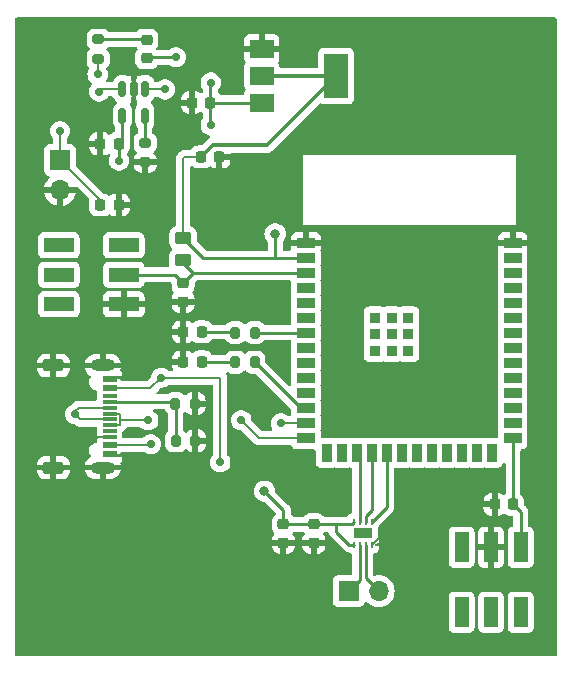
<source format=gtl>
G04 #@! TF.GenerationSoftware,KiCad,Pcbnew,7.0.10*
G04 #@! TF.CreationDate,2024-04-11T23:27:50-07:00*
G04 #@! TF.ProjectId,vibration_circuit,76696272-6174-4696-9f6e-5f6369726375,rev?*
G04 #@! TF.SameCoordinates,Original*
G04 #@! TF.FileFunction,Copper,L1,Top*
G04 #@! TF.FilePolarity,Positive*
%FSLAX46Y46*%
G04 Gerber Fmt 4.6, Leading zero omitted, Abs format (unit mm)*
G04 Created by KiCad (PCBNEW 7.0.10) date 2024-04-11 23:27:50*
%MOMM*%
%LPD*%
G01*
G04 APERTURE LIST*
G04 Aperture macros list*
%AMRoundRect*
0 Rectangle with rounded corners*
0 $1 Rounding radius*
0 $2 $3 $4 $5 $6 $7 $8 $9 X,Y pos of 4 corners*
0 Add a 4 corners polygon primitive as box body*
4,1,4,$2,$3,$4,$5,$6,$7,$8,$9,$2,$3,0*
0 Add four circle primitives for the rounded corners*
1,1,$1+$1,$2,$3*
1,1,$1+$1,$4,$5*
1,1,$1+$1,$6,$7*
1,1,$1+$1,$8,$9*
0 Add four rect primitives between the rounded corners*
20,1,$1+$1,$2,$3,$4,$5,0*
20,1,$1+$1,$4,$5,$6,$7,0*
20,1,$1+$1,$6,$7,$8,$9,0*
20,1,$1+$1,$8,$9,$2,$3,0*%
G04 Aperture macros list end*
G04 #@! TA.AperFunction,SMDPad,CuDef*
%ADD10R,1.150000X0.600000*%
G04 #@! TD*
G04 #@! TA.AperFunction,SMDPad,CuDef*
%ADD11R,1.150000X0.300000*%
G04 #@! TD*
G04 #@! TA.AperFunction,ComponentPad*
%ADD12O,2.100000X1.000000*%
G04 #@! TD*
G04 #@! TA.AperFunction,ComponentPad*
%ADD13RoundRect,0.250000X-0.650000X0.250000X-0.650000X-0.250000X0.650000X-0.250000X0.650000X0.250000X0*%
G04 #@! TD*
G04 #@! TA.AperFunction,SMDPad,CuDef*
%ADD14R,0.900000X0.900000*%
G04 #@! TD*
G04 #@! TA.AperFunction,SMDPad,CuDef*
%ADD15R,1.500000X0.900000*%
G04 #@! TD*
G04 #@! TA.AperFunction,SMDPad,CuDef*
%ADD16R,0.900000X1.500000*%
G04 #@! TD*
G04 #@! TA.AperFunction,SMDPad,CuDef*
%ADD17R,2.000000X1.500000*%
G04 #@! TD*
G04 #@! TA.AperFunction,SMDPad,CuDef*
%ADD18R,2.000000X3.800000*%
G04 #@! TD*
G04 #@! TA.AperFunction,SMDPad,CuDef*
%ADD19RoundRect,0.225000X0.250000X-0.225000X0.250000X0.225000X-0.250000X0.225000X-0.250000X-0.225000X0*%
G04 #@! TD*
G04 #@! TA.AperFunction,SMDPad,CuDef*
%ADD20RoundRect,0.200000X0.200000X0.275000X-0.200000X0.275000X-0.200000X-0.275000X0.200000X-0.275000X0*%
G04 #@! TD*
G04 #@! TA.AperFunction,SMDPad,CuDef*
%ADD21RoundRect,0.218750X-0.218750X-0.256250X0.218750X-0.256250X0.218750X0.256250X-0.218750X0.256250X0*%
G04 #@! TD*
G04 #@! TA.AperFunction,ComponentPad*
%ADD22R,1.700000X1.700000*%
G04 #@! TD*
G04 #@! TA.AperFunction,ComponentPad*
%ADD23O,1.700000X1.700000*%
G04 #@! TD*
G04 #@! TA.AperFunction,SMDPad,CuDef*
%ADD24RoundRect,0.225000X0.225000X0.250000X-0.225000X0.250000X-0.225000X-0.250000X0.225000X-0.250000X0*%
G04 #@! TD*
G04 #@! TA.AperFunction,SMDPad,CuDef*
%ADD25RoundRect,0.200000X-0.200000X-0.275000X0.200000X-0.275000X0.200000X0.275000X-0.200000X0.275000X0*%
G04 #@! TD*
G04 #@! TA.AperFunction,SMDPad,CuDef*
%ADD26RoundRect,0.150000X-0.150000X0.512500X-0.150000X-0.512500X0.150000X-0.512500X0.150000X0.512500X0*%
G04 #@! TD*
G04 #@! TA.AperFunction,SMDPad,CuDef*
%ADD27RoundRect,0.200000X-0.275000X0.200000X-0.275000X-0.200000X0.275000X-0.200000X0.275000X0.200000X0*%
G04 #@! TD*
G04 #@! TA.AperFunction,SMDPad,CuDef*
%ADD28R,1.200000X2.500000*%
G04 #@! TD*
G04 #@! TA.AperFunction,SMDPad,CuDef*
%ADD29RoundRect,0.225000X-0.225000X-0.250000X0.225000X-0.250000X0.225000X0.250000X-0.225000X0.250000X0*%
G04 #@! TD*
G04 #@! TA.AperFunction,SMDPad,CuDef*
%ADD30RoundRect,0.218750X-0.256250X0.218750X-0.256250X-0.218750X0.256250X-0.218750X0.256250X0.218750X0*%
G04 #@! TD*
G04 #@! TA.AperFunction,SMDPad,CuDef*
%ADD31R,2.500000X1.200000*%
G04 #@! TD*
G04 #@! TA.AperFunction,SMDPad,CuDef*
%ADD32R,1.600000X0.900000*%
G04 #@! TD*
G04 #@! TA.AperFunction,SMDPad,CuDef*
%ADD33R,0.250000X0.500000*%
G04 #@! TD*
G04 #@! TA.AperFunction,SMDPad,CuDef*
%ADD34RoundRect,0.250000X-0.450000X0.262500X-0.450000X-0.262500X0.450000X-0.262500X0.450000X0.262500X0*%
G04 #@! TD*
G04 #@! TA.AperFunction,ViaPad*
%ADD35C,0.711200*%
G04 #@! TD*
G04 #@! TA.AperFunction,ViaPad*
%ADD36C,0.800000*%
G04 #@! TD*
G04 #@! TA.AperFunction,Conductor*
%ADD37C,0.203200*%
G04 #@! TD*
G04 #@! TA.AperFunction,Conductor*
%ADD38C,0.200000*%
G04 #@! TD*
G04 #@! TA.AperFunction,Conductor*
%ADD39C,0.250000*%
G04 #@! TD*
G04 #@! TA.AperFunction,Conductor*
%ADD40C,0.304800*%
G04 #@! TD*
G04 APERTURE END LIST*
D10*
X113665000Y-129265000D03*
X113665000Y-130065000D03*
D11*
X113665000Y-131215000D03*
X113665000Y-132215000D03*
X113665000Y-132715000D03*
X113665000Y-133715000D03*
D10*
X113665000Y-135665000D03*
X113665000Y-134865000D03*
D11*
X113665000Y-134215000D03*
X113665000Y-133215000D03*
X113665000Y-131715000D03*
X113665000Y-130715000D03*
D12*
X113090000Y-128145000D03*
X113090000Y-136785000D03*
D13*
X108910000Y-128145000D03*
X108910000Y-136785000D03*
D14*
X138938000Y-126898400D03*
X137538000Y-126898400D03*
X136138000Y-126898400D03*
X138938000Y-125498400D03*
X137538000Y-125498400D03*
X136138000Y-125498400D03*
X138938000Y-124098400D03*
X137538000Y-124098400D03*
X136138000Y-124098400D03*
D15*
X147788000Y-117778400D03*
X147788000Y-119048400D03*
X147788000Y-120318400D03*
X147788000Y-121588400D03*
X147788000Y-122858400D03*
X147788000Y-124128400D03*
X147788000Y-125398400D03*
X147788000Y-126668400D03*
X147788000Y-127938400D03*
X147788000Y-129208400D03*
X147788000Y-130478400D03*
X147788000Y-131748400D03*
X147788000Y-133018400D03*
X147788000Y-134288400D03*
D16*
X146023000Y-135538400D03*
X144753000Y-135538400D03*
X143483000Y-135538400D03*
X142213000Y-135538400D03*
X140943000Y-135538400D03*
X139673000Y-135538400D03*
X138403000Y-135538400D03*
X137133000Y-135538400D03*
X135863000Y-135538400D03*
X134593000Y-135538400D03*
X133323000Y-135538400D03*
X132053000Y-135538400D03*
D15*
X130288000Y-134288400D03*
X130288000Y-133018400D03*
X130288000Y-131748400D03*
X130288000Y-130478400D03*
X130288000Y-129208400D03*
X130288000Y-127938400D03*
X130288000Y-126668400D03*
X130288000Y-125398400D03*
X130288000Y-124128400D03*
X130288000Y-122858400D03*
X130288000Y-121588400D03*
X130288000Y-120318400D03*
X130288000Y-119048400D03*
X130288000Y-117778400D03*
D17*
X126542000Y-101332000D03*
X126542000Y-103632000D03*
D18*
X132842000Y-103632000D03*
D17*
X126542000Y-105932000D03*
D19*
X119888000Y-122732800D03*
X119888000Y-121182800D03*
D20*
X120924700Y-134523900D03*
X119274700Y-134523900D03*
D21*
X119888800Y-127842800D03*
X121463800Y-127842800D03*
D22*
X133908800Y-147243800D03*
D23*
X136448800Y-147243800D03*
D24*
X147817800Y-139896400D03*
X146267800Y-139896400D03*
D20*
X125958600Y-125353600D03*
X124308600Y-125353600D03*
D24*
X114427600Y-109372600D03*
X112877600Y-109372600D03*
D25*
X124308600Y-127863600D03*
X125958600Y-127863600D03*
X119236100Y-131374300D03*
X120886100Y-131374300D03*
D26*
X116657200Y-107024800D03*
X114757200Y-107024800D03*
X114757200Y-104749800D03*
X115707200Y-104749800D03*
X116657200Y-104749800D03*
D22*
X109474000Y-110744000D03*
D23*
X109474000Y-113284000D03*
D27*
X116687600Y-109297400D03*
X116687600Y-110947400D03*
D28*
X148463000Y-143547200D03*
X145963000Y-143547200D03*
X143463000Y-143547200D03*
X148463000Y-149047200D03*
X145963000Y-149047200D03*
X143463000Y-149047200D03*
D19*
X128371600Y-143154400D03*
X128371600Y-141604400D03*
D29*
X121399000Y-110490000D03*
X122949000Y-110490000D03*
D19*
X130962400Y-143154400D03*
X130962400Y-141604400D03*
D29*
X112877600Y-114554000D03*
X114427600Y-114554000D03*
D30*
X116814600Y-100558400D03*
X116814600Y-102133400D03*
D27*
X112699800Y-100534200D03*
X112699800Y-102184200D03*
D31*
X114872400Y-122961400D03*
X114872400Y-120461400D03*
X114872400Y-117961400D03*
X109372400Y-122961400D03*
X109372400Y-120461400D03*
X109372400Y-117961400D03*
D32*
X135101600Y-142366600D03*
D33*
X134351600Y-141416600D03*
X134851600Y-141416600D03*
X135351600Y-141416600D03*
X135851600Y-141416600D03*
X135851600Y-143316600D03*
X135351600Y-143316600D03*
X134851600Y-143316600D03*
X134351600Y-143316600D03*
D21*
X119888800Y-125302800D03*
X121463800Y-125302800D03*
D24*
X120650000Y-105892600D03*
X122200000Y-105892600D03*
D34*
X119888000Y-117348000D03*
X119888000Y-119173000D03*
D35*
X111455200Y-134213600D03*
X117144800Y-134823200D03*
X123037600Y-136347200D03*
X110744000Y-132283200D03*
X128168400Y-133045200D03*
X116941600Y-132791200D03*
X124815600Y-132791200D03*
X118008400Y-129184400D03*
X119989600Y-149504400D03*
X148945600Y-101447600D03*
X109626400Y-149453600D03*
X114452400Y-110794800D03*
X122224800Y-107797600D03*
X109474000Y-108305600D03*
X112776000Y-104952800D03*
X119278400Y-102057200D03*
X122224800Y-104190800D03*
X112649000Y-103505000D03*
X118364000Y-104775000D03*
D36*
X126771400Y-138785600D03*
X127685800Y-116992400D03*
D37*
X111456600Y-134215000D02*
X111455200Y-134213600D01*
X113665000Y-134215000D02*
X111456600Y-134215000D01*
X117144800Y-134823200D02*
X117103000Y-134865000D01*
X117103000Y-134865000D02*
X113665000Y-134865000D01*
X123037600Y-129235200D02*
X123037600Y-136347200D01*
X118008400Y-129184400D02*
X122986800Y-129184400D01*
X122986800Y-129184400D02*
X123037600Y-129235200D01*
D38*
X111058200Y-131715000D02*
X113665000Y-131715000D01*
X110744000Y-132029200D02*
X111058200Y-131715000D01*
X110744000Y-132283200D02*
X110744000Y-132029200D01*
X111175800Y-132715000D02*
X113665000Y-132715000D01*
X110744000Y-132283200D02*
X111175800Y-132715000D01*
X110998000Y-132283200D02*
X110744000Y-132283200D01*
X128195200Y-133018400D02*
X128168400Y-133045200D01*
X130288000Y-133018400D02*
X128195200Y-133018400D01*
D37*
X118008400Y-129184400D02*
X117127800Y-130065000D01*
X117127800Y-130065000D02*
X113665000Y-130065000D01*
D38*
X116941600Y-132791200D02*
X114619400Y-132791200D01*
X114517800Y-132689600D02*
X114517800Y-133142800D01*
X114619400Y-132791200D02*
X114517800Y-132689600D01*
X114517800Y-132287200D02*
X114517800Y-132689600D01*
X126312800Y-134288400D02*
X124815600Y-132791200D01*
X130288000Y-134288400D02*
X126312800Y-134288400D01*
X114517800Y-133142800D02*
X114445600Y-133215000D01*
X114445600Y-133215000D02*
X113665000Y-133215000D01*
X114445600Y-132215000D02*
X114517800Y-132287200D01*
X113665000Y-132215000D02*
X114445600Y-132215000D01*
D39*
X119274700Y-134523900D02*
X119274700Y-131412900D01*
X119274700Y-131412900D02*
X119236100Y-131374300D01*
X119076800Y-131215000D02*
X113665000Y-131215000D01*
X119236100Y-131374300D02*
X119076800Y-131215000D01*
D40*
X122415000Y-109474000D02*
X121399000Y-110490000D01*
X127000000Y-109474000D02*
X122415000Y-109474000D01*
X132842000Y-103632000D02*
X127000000Y-109474000D01*
D39*
X114427600Y-110770000D02*
X114452400Y-110794800D01*
X114427600Y-109372600D02*
X114427600Y-110770000D01*
X122200000Y-107772800D02*
X122224800Y-107797600D01*
X122200000Y-105892600D02*
X122200000Y-107772800D01*
D37*
X119888000Y-110617000D02*
X119888000Y-117348000D01*
X120015000Y-110490000D02*
X119888000Y-110617000D01*
X112979000Y-104749800D02*
X114757200Y-104749800D01*
X112776000Y-104952800D02*
X112979000Y-104749800D01*
X109474000Y-110744000D02*
X109474000Y-108305600D01*
D39*
X119278400Y-102057200D02*
X116890800Y-102057200D01*
X122200000Y-104215600D02*
X122224800Y-104190800D01*
X122200000Y-105892600D02*
X122200000Y-104215600D01*
X116890800Y-102057200D02*
X116814600Y-102133400D01*
D37*
X116682400Y-104775000D02*
X116657200Y-104749800D01*
X118364000Y-104775000D02*
X116682400Y-104775000D01*
X112699800Y-103454200D02*
X112649000Y-103505000D01*
X112699800Y-102184200D02*
X112699800Y-103454200D01*
X139271800Y-139896400D02*
X146267800Y-139896400D01*
X135851600Y-143316600D02*
X139271800Y-139896400D01*
X121399000Y-110490000D02*
X120015000Y-110490000D01*
X112877600Y-114147600D02*
X109474000Y-110744000D01*
X112877600Y-114554000D02*
X112877600Y-114147600D01*
D38*
X130184200Y-132914600D02*
X130288000Y-133018400D01*
D39*
X119274700Y-134523900D02*
X119165400Y-134414600D01*
X119236100Y-131374300D02*
X119195800Y-131414600D01*
X122200000Y-105892600D02*
X126502600Y-105892600D01*
X114757200Y-107024800D02*
X114757200Y-109043000D01*
X122200000Y-105892600D02*
X121909052Y-105892600D01*
X126502600Y-105892600D02*
X126542000Y-105932000D01*
X114757200Y-109043000D02*
X114427600Y-109372600D01*
X119888000Y-117348000D02*
X121588400Y-119048400D01*
X128371600Y-140385800D02*
X126771400Y-138785600D01*
X127685800Y-116992400D02*
X127685800Y-119048400D01*
X130962400Y-141604400D02*
X132867400Y-141604400D01*
X133976600Y-143316600D02*
X132867400Y-142207400D01*
D40*
X132842000Y-103632000D02*
X126542000Y-103632000D01*
D39*
X130962400Y-141604400D02*
X128371600Y-141604400D01*
X132867400Y-141604400D02*
X134163800Y-141604400D01*
X132867400Y-142207400D02*
X132867400Y-141604400D01*
X134163800Y-141604400D02*
X134351600Y-141416600D01*
X121588400Y-119048400D02*
X127685800Y-119048400D01*
X128371600Y-141604400D02*
X128371600Y-140385800D01*
X127685800Y-119048400D02*
X130288000Y-119048400D01*
X134351600Y-143316600D02*
X133976600Y-143316600D01*
X120752400Y-120318400D02*
X130288000Y-120318400D01*
X119888000Y-121182800D02*
X120752400Y-120318400D01*
X119888000Y-119454000D02*
X120752400Y-120318400D01*
X119888000Y-119173000D02*
X119888000Y-119454000D01*
X119166600Y-120461400D02*
X119888000Y-121182800D01*
X114872400Y-120461400D02*
X119166600Y-120461400D01*
X147817800Y-139896400D02*
X147817800Y-134318200D01*
X147817800Y-134318200D02*
X147788000Y-134288400D01*
X148463000Y-143547200D02*
X148463000Y-140541600D01*
X148463000Y-140541600D02*
X147817800Y-139896400D01*
X112699800Y-100534200D02*
X116790400Y-100534200D01*
X116790400Y-100534200D02*
X116814600Y-100558400D01*
X124308600Y-127863600D02*
X121484600Y-127863600D01*
X121484600Y-127863600D02*
X121463800Y-127842800D01*
X121463800Y-125302800D02*
X124257800Y-125302800D01*
X124257800Y-125302800D02*
X124308600Y-125353600D01*
X134851600Y-143316600D02*
X134851600Y-146301000D01*
X134851600Y-146301000D02*
X133908800Y-147243800D01*
X135351600Y-146146600D02*
X136448800Y-147243800D01*
X135351600Y-143316600D02*
X135351600Y-146146600D01*
X116657200Y-107024800D02*
X116657200Y-109267000D01*
X116657200Y-109267000D02*
X116687600Y-109297400D01*
X129843400Y-131748400D02*
X130288000Y-131748400D01*
X125958600Y-127863600D02*
X129843400Y-131748400D01*
X125958600Y-125353600D02*
X130243200Y-125353600D01*
X130243200Y-125353600D02*
X130288000Y-125398400D01*
X137133000Y-140135200D02*
X137133000Y-135538400D01*
X135851600Y-141416600D02*
X137133000Y-140135200D01*
X135863000Y-140405200D02*
X135863000Y-135538400D01*
X135351600Y-141416600D02*
X135351600Y-140916600D01*
X135351600Y-140916600D02*
X135863000Y-140405200D01*
X134851600Y-141416600D02*
X134851600Y-135797000D01*
X134851600Y-135797000D02*
X134593000Y-135538400D01*
G04 #@! TA.AperFunction,Conductor*
G36*
X151453539Y-98699185D02*
G01*
X151499294Y-98751989D01*
X151510500Y-98803500D01*
X151510500Y-152656500D01*
X151490815Y-152723539D01*
X151438011Y-152769294D01*
X151386500Y-152780500D01*
X105788500Y-152780500D01*
X105721461Y-152760815D01*
X105675706Y-152708011D01*
X105664500Y-152656500D01*
X105664500Y-150345070D01*
X142362500Y-150345070D01*
X142362501Y-150345076D01*
X142368908Y-150404683D01*
X142419202Y-150539528D01*
X142419206Y-150539535D01*
X142505452Y-150654744D01*
X142505455Y-150654747D01*
X142620664Y-150740993D01*
X142620671Y-150740997D01*
X142755517Y-150791291D01*
X142755516Y-150791291D01*
X142762444Y-150792035D01*
X142815127Y-150797700D01*
X144110872Y-150797699D01*
X144170483Y-150791291D01*
X144305331Y-150740996D01*
X144420546Y-150654746D01*
X144506796Y-150539531D01*
X144557091Y-150404683D01*
X144563500Y-150345073D01*
X144563500Y-150345070D01*
X144862500Y-150345070D01*
X144862501Y-150345076D01*
X144868908Y-150404683D01*
X144919202Y-150539528D01*
X144919206Y-150539535D01*
X145005452Y-150654744D01*
X145005455Y-150654747D01*
X145120664Y-150740993D01*
X145120671Y-150740997D01*
X145255517Y-150791291D01*
X145255516Y-150791291D01*
X145262444Y-150792035D01*
X145315127Y-150797700D01*
X146610872Y-150797699D01*
X146670483Y-150791291D01*
X146805331Y-150740996D01*
X146920546Y-150654746D01*
X147006796Y-150539531D01*
X147057091Y-150404683D01*
X147063500Y-150345073D01*
X147063500Y-150345070D01*
X147362500Y-150345070D01*
X147362501Y-150345076D01*
X147368908Y-150404683D01*
X147419202Y-150539528D01*
X147419206Y-150539535D01*
X147505452Y-150654744D01*
X147505455Y-150654747D01*
X147620664Y-150740993D01*
X147620671Y-150740997D01*
X147755517Y-150791291D01*
X147755516Y-150791291D01*
X147762444Y-150792035D01*
X147815127Y-150797700D01*
X149110872Y-150797699D01*
X149170483Y-150791291D01*
X149305331Y-150740996D01*
X149420546Y-150654746D01*
X149506796Y-150539531D01*
X149557091Y-150404683D01*
X149563500Y-150345073D01*
X149563499Y-147749328D01*
X149557091Y-147689717D01*
X149506796Y-147554869D01*
X149506795Y-147554868D01*
X149506793Y-147554864D01*
X149420547Y-147439655D01*
X149420544Y-147439652D01*
X149305335Y-147353406D01*
X149305328Y-147353402D01*
X149170482Y-147303108D01*
X149170483Y-147303108D01*
X149110883Y-147296701D01*
X149110881Y-147296700D01*
X149110873Y-147296700D01*
X149110864Y-147296700D01*
X147815129Y-147296700D01*
X147815123Y-147296701D01*
X147755516Y-147303108D01*
X147620671Y-147353402D01*
X147620664Y-147353406D01*
X147505455Y-147439652D01*
X147505452Y-147439655D01*
X147419206Y-147554864D01*
X147419202Y-147554871D01*
X147368908Y-147689717D01*
X147362501Y-147749316D01*
X147362501Y-147749323D01*
X147362500Y-147749335D01*
X147362500Y-150345070D01*
X147063500Y-150345070D01*
X147063499Y-147749328D01*
X147057091Y-147689717D01*
X147006796Y-147554869D01*
X147006795Y-147554868D01*
X147006793Y-147554864D01*
X146920547Y-147439655D01*
X146920544Y-147439652D01*
X146805335Y-147353406D01*
X146805328Y-147353402D01*
X146670482Y-147303108D01*
X146670483Y-147303108D01*
X146610883Y-147296701D01*
X146610881Y-147296700D01*
X146610873Y-147296700D01*
X146610864Y-147296700D01*
X145315129Y-147296700D01*
X145315123Y-147296701D01*
X145255516Y-147303108D01*
X145120671Y-147353402D01*
X145120664Y-147353406D01*
X145005455Y-147439652D01*
X145005452Y-147439655D01*
X144919206Y-147554864D01*
X144919202Y-147554871D01*
X144868908Y-147689717D01*
X144862501Y-147749316D01*
X144862501Y-147749323D01*
X144862500Y-147749335D01*
X144862500Y-150345070D01*
X144563500Y-150345070D01*
X144563499Y-147749328D01*
X144557091Y-147689717D01*
X144506796Y-147554869D01*
X144506795Y-147554868D01*
X144506793Y-147554864D01*
X144420547Y-147439655D01*
X144420544Y-147439652D01*
X144305335Y-147353406D01*
X144305328Y-147353402D01*
X144170482Y-147303108D01*
X144170483Y-147303108D01*
X144110883Y-147296701D01*
X144110881Y-147296700D01*
X144110873Y-147296700D01*
X144110864Y-147296700D01*
X142815129Y-147296700D01*
X142815123Y-147296701D01*
X142755516Y-147303108D01*
X142620671Y-147353402D01*
X142620664Y-147353406D01*
X142505455Y-147439652D01*
X142505452Y-147439655D01*
X142419206Y-147554864D01*
X142419202Y-147554871D01*
X142368908Y-147689717D01*
X142362501Y-147749316D01*
X142362501Y-147749323D01*
X142362500Y-147749335D01*
X142362500Y-150345070D01*
X105664500Y-150345070D01*
X105664500Y-143404400D01*
X127396601Y-143404400D01*
X127396601Y-143427722D01*
X127406744Y-143527007D01*
X127460052Y-143687881D01*
X127460057Y-143687892D01*
X127549024Y-143832128D01*
X127549027Y-143832132D01*
X127668867Y-143951972D01*
X127668871Y-143951975D01*
X127813107Y-144040942D01*
X127813118Y-144040947D01*
X127973993Y-144094255D01*
X128073283Y-144104399D01*
X128121599Y-144104398D01*
X128121600Y-144104398D01*
X128121600Y-143404400D01*
X128621600Y-143404400D01*
X128621600Y-144104399D01*
X128669908Y-144104399D01*
X128669922Y-144104398D01*
X128769207Y-144094255D01*
X128930081Y-144040947D01*
X128930092Y-144040942D01*
X129074328Y-143951975D01*
X129074332Y-143951972D01*
X129194172Y-143832132D01*
X129194175Y-143832128D01*
X129283142Y-143687892D01*
X129283147Y-143687881D01*
X129336455Y-143527006D01*
X129346599Y-143427722D01*
X129346600Y-143427709D01*
X129346600Y-143404400D01*
X129987401Y-143404400D01*
X129987401Y-143427722D01*
X129997544Y-143527007D01*
X130050852Y-143687881D01*
X130050857Y-143687892D01*
X130139824Y-143832128D01*
X130139827Y-143832132D01*
X130259667Y-143951972D01*
X130259671Y-143951975D01*
X130403907Y-144040942D01*
X130403918Y-144040947D01*
X130564793Y-144094255D01*
X130664083Y-144104399D01*
X130712399Y-144104398D01*
X130712400Y-144104398D01*
X130712400Y-143404400D01*
X131212400Y-143404400D01*
X131212400Y-144104399D01*
X131260708Y-144104399D01*
X131260722Y-144104398D01*
X131360007Y-144094255D01*
X131520881Y-144040947D01*
X131520892Y-144040942D01*
X131665128Y-143951975D01*
X131665132Y-143951972D01*
X131784972Y-143832132D01*
X131784975Y-143832128D01*
X131873942Y-143687892D01*
X131873947Y-143687881D01*
X131927255Y-143527006D01*
X131937399Y-143427722D01*
X131937400Y-143427709D01*
X131937400Y-143404400D01*
X131212400Y-143404400D01*
X130712400Y-143404400D01*
X129987401Y-143404400D01*
X129346600Y-143404400D01*
X128621600Y-143404400D01*
X128121600Y-143404400D01*
X127396601Y-143404400D01*
X105664500Y-143404400D01*
X105664500Y-136535000D01*
X107510000Y-136535000D01*
X108343889Y-136535000D01*
X108304390Y-136559457D01*
X108236799Y-136648962D01*
X108206105Y-136756840D01*
X108216454Y-136868521D01*
X108266448Y-136968922D01*
X108338931Y-137035000D01*
X107510001Y-137035000D01*
X107510001Y-137084986D01*
X107520494Y-137187697D01*
X107575641Y-137354119D01*
X107575643Y-137354124D01*
X107667684Y-137503345D01*
X107791654Y-137627315D01*
X107940875Y-137719356D01*
X107940880Y-137719358D01*
X108107302Y-137774505D01*
X108107309Y-137774506D01*
X108210019Y-137784999D01*
X108659999Y-137784999D01*
X108660000Y-137784998D01*
X108660000Y-137085000D01*
X109160000Y-137085000D01*
X109160000Y-137784999D01*
X109609972Y-137784999D01*
X109609986Y-137784998D01*
X109712697Y-137774505D01*
X109879119Y-137719358D01*
X109879124Y-137719356D01*
X110028345Y-137627315D01*
X110152315Y-137503345D01*
X110244356Y-137354124D01*
X110244358Y-137354119D01*
X110299505Y-137187697D01*
X110299506Y-137187690D01*
X110309999Y-137084986D01*
X110310000Y-137084973D01*
X110310000Y-137035000D01*
X109476111Y-137035000D01*
X109515610Y-137010543D01*
X109583201Y-136921038D01*
X109613895Y-136813160D01*
X109603546Y-136701479D01*
X109553552Y-136601078D01*
X109481069Y-136535000D01*
X110309999Y-136535000D01*
X110309999Y-136485028D01*
X110309998Y-136485013D01*
X110299505Y-136382302D01*
X110244358Y-136215880D01*
X110244356Y-136215875D01*
X110152315Y-136066654D01*
X110028345Y-135942684D01*
X109879124Y-135850643D01*
X109879119Y-135850641D01*
X109712697Y-135795494D01*
X109712690Y-135795493D01*
X109609986Y-135785000D01*
X109160000Y-135785000D01*
X109160000Y-136485000D01*
X108660000Y-136485000D01*
X108660000Y-135785000D01*
X108210028Y-135785000D01*
X108210012Y-135785001D01*
X108107302Y-135795494D01*
X107940880Y-135850641D01*
X107940875Y-135850643D01*
X107791654Y-135942684D01*
X107667684Y-136066654D01*
X107575643Y-136215875D01*
X107575641Y-136215880D01*
X107520494Y-136382302D01*
X107520493Y-136382309D01*
X107510000Y-136485013D01*
X107510000Y-136535000D01*
X105664500Y-136535000D01*
X105664500Y-132283200D01*
X109883184Y-132283200D01*
X109901995Y-132462175D01*
X109901996Y-132462177D01*
X109950749Y-132612226D01*
X109957605Y-132633325D01*
X110047585Y-132789175D01*
X110168002Y-132922911D01*
X110313592Y-133028689D01*
X110477993Y-133101885D01*
X110477996Y-133101885D01*
X110477997Y-133101886D01*
X110506128Y-133107865D01*
X110654020Y-133139300D01*
X110700236Y-133139300D01*
X110767275Y-133158985D01*
X110775722Y-133164924D01*
X110824819Y-133202597D01*
X110872959Y-133239536D01*
X111019038Y-133300044D01*
X111097419Y-133310363D01*
X111175799Y-133320682D01*
X111175800Y-133320682D01*
X111207102Y-133316560D01*
X111223287Y-133315500D01*
X112467649Y-133315500D01*
X112534688Y-133335185D01*
X112580443Y-133387989D01*
X112590939Y-133426251D01*
X112593679Y-133451748D01*
X112593679Y-133478250D01*
X112589500Y-133517122D01*
X112589500Y-133912869D01*
X112589501Y-133912880D01*
X112593931Y-133954093D01*
X112593931Y-133980596D01*
X112590000Y-134017165D01*
X112590000Y-134065000D01*
X112605611Y-134080611D01*
X112619484Y-134084685D01*
X112651713Y-134114690D01*
X112671176Y-134140690D01*
X112695592Y-134206155D01*
X112680740Y-134274428D01*
X112671176Y-134289310D01*
X112651713Y-134315310D01*
X112603890Y-134351109D01*
X112590000Y-134365000D01*
X112590000Y-134412832D01*
X112593931Y-134449399D01*
X112593931Y-134475905D01*
X112589500Y-134517122D01*
X112589500Y-134585032D01*
X112569815Y-134652071D01*
X112517011Y-134697826D01*
X112481042Y-134708054D01*
X112425688Y-134715047D01*
X112425686Y-134715047D01*
X112271702Y-134776014D01*
X112271693Y-134776019D01*
X112137715Y-134873360D01*
X112137712Y-134873363D01*
X112032144Y-135000972D01*
X111961626Y-135150831D01*
X111930594Y-135313516D01*
X111940993Y-135478804D01*
X111940993Y-135478807D01*
X111953334Y-135516788D01*
X111992172Y-135636317D01*
X112010691Y-135665499D01*
X112066740Y-135753817D01*
X112086041Y-135820968D01*
X112065974Y-135887894D01*
X112022222Y-135928678D01*
X111965788Y-135960002D01*
X111965783Y-135960005D01*
X111811469Y-136092478D01*
X111811468Y-136092479D01*
X111686981Y-136253304D01*
X111597411Y-136435906D01*
X111571754Y-136535000D01*
X112373889Y-136535000D01*
X112334390Y-136559457D01*
X112266799Y-136648962D01*
X112236105Y-136756840D01*
X112246454Y-136868521D01*
X112296448Y-136968922D01*
X112368931Y-137035000D01*
X111566634Y-137035000D01*
X111566931Y-137036946D01*
X111566933Y-137036952D01*
X111637562Y-137227657D01*
X111637565Y-137227664D01*
X111745149Y-137400267D01*
X111885264Y-137547668D01*
X111885266Y-137547669D01*
X112052195Y-137663856D01*
X112239092Y-137744059D01*
X112438310Y-137785000D01*
X112840000Y-137785000D01*
X112840000Y-137085000D01*
X113340000Y-137085000D01*
X113340000Y-137785000D01*
X113690713Y-137785000D01*
X113842338Y-137769581D01*
X114036381Y-137708700D01*
X114036391Y-137708695D01*
X114214215Y-137609994D01*
X114214216Y-137609994D01*
X114368530Y-137477521D01*
X114368531Y-137477520D01*
X114493018Y-137316695D01*
X114582588Y-137134093D01*
X114608246Y-137035000D01*
X113806111Y-137035000D01*
X113845610Y-137010543D01*
X113913201Y-136921038D01*
X113943895Y-136813160D01*
X113933546Y-136701479D01*
X113883552Y-136601078D01*
X113811069Y-136535000D01*
X114613366Y-136535000D01*
X114613068Y-136533053D01*
X114613067Y-136533050D01*
X114579017Y-136441112D01*
X114574193Y-136371409D01*
X114596032Y-136323735D01*
X114683350Y-136207093D01*
X114683354Y-136207086D01*
X114733596Y-136072379D01*
X114733598Y-136072372D01*
X114739999Y-136012844D01*
X114740000Y-136012827D01*
X114740000Y-135915000D01*
X113539000Y-135915000D01*
X113471961Y-135895315D01*
X113426206Y-135842511D01*
X113415000Y-135791000D01*
X113415000Y-135789499D01*
X113434685Y-135722460D01*
X113487489Y-135676705D01*
X113539000Y-135665499D01*
X114287871Y-135665499D01*
X114287872Y-135665499D01*
X114347483Y-135659091D01*
X114482331Y-135608796D01*
X114597546Y-135522546D01*
X114597549Y-135522542D01*
X114601857Y-135516788D01*
X114657792Y-135474917D01*
X114701123Y-135467100D01*
X116534277Y-135467100D01*
X116601316Y-135486785D01*
X116607163Y-135490782D01*
X116714392Y-135568689D01*
X116878793Y-135641885D01*
X116878796Y-135641885D01*
X116878797Y-135641886D01*
X116906928Y-135647865D01*
X117054820Y-135679300D01*
X117234780Y-135679300D01*
X117410807Y-135641885D01*
X117575208Y-135568689D01*
X117720798Y-135462911D01*
X117841215Y-135329175D01*
X117931195Y-135173325D01*
X117986805Y-135002174D01*
X118005616Y-134823200D01*
X117986805Y-134644226D01*
X117931195Y-134473075D01*
X117841215Y-134317225D01*
X117720798Y-134183489D01*
X117584807Y-134084685D01*
X117575211Y-134077713D01*
X117575210Y-134077712D01*
X117575208Y-134077711D01*
X117410807Y-134004515D01*
X117410806Y-134004514D01*
X117410802Y-134004513D01*
X117234780Y-133967100D01*
X117054820Y-133967100D01*
X116878797Y-134004513D01*
X116850342Y-134017182D01*
X116742942Y-134065000D01*
X116714388Y-134077713D01*
X116568799Y-134183491D01*
X116568796Y-134183493D01*
X116534241Y-134221872D01*
X116474755Y-134258521D01*
X116442091Y-134262900D01*
X114841462Y-134262900D01*
X114774423Y-134243215D01*
X114728668Y-134190411D01*
X114718724Y-134121253D01*
X114740000Y-134074664D01*
X114740000Y-134017182D01*
X114739999Y-134017164D01*
X114736068Y-133980602D01*
X114736068Y-133954093D01*
X114740500Y-133912873D01*
X114740499Y-133806779D01*
X114760183Y-133739741D01*
X114789013Y-133708404D01*
X114873882Y-133643282D01*
X114893109Y-133618223D01*
X114903790Y-133606043D01*
X114908843Y-133600990D01*
X114921023Y-133590309D01*
X114946082Y-133571082D01*
X114999167Y-133501900D01*
X115046501Y-133440214D01*
X115102929Y-133399011D01*
X115144877Y-133391700D01*
X116275088Y-133391700D01*
X116342127Y-133411385D01*
X116360431Y-133426942D01*
X116360773Y-133426563D01*
X116365598Y-133430908D01*
X116365601Y-133430910D01*
X116365602Y-133430911D01*
X116511192Y-133536689D01*
X116675593Y-133609885D01*
X116675596Y-133609885D01*
X116675597Y-133609886D01*
X116703728Y-133615865D01*
X116851620Y-133647300D01*
X117031580Y-133647300D01*
X117207607Y-133609885D01*
X117372008Y-133536689D01*
X117517598Y-133430911D01*
X117638015Y-133297175D01*
X117727995Y-133141325D01*
X117783605Y-132970174D01*
X117802416Y-132791200D01*
X117783605Y-132612226D01*
X117727995Y-132441075D01*
X117638015Y-132285225D01*
X117517598Y-132151489D01*
X117398305Y-132064817D01*
X117355641Y-132009488D01*
X117349662Y-131939874D01*
X117382268Y-131878079D01*
X117443107Y-131843722D01*
X117471192Y-131840500D01*
X118270717Y-131840500D01*
X118337756Y-131860185D01*
X118383511Y-131912989D01*
X118389101Y-131927607D01*
X118392622Y-131938906D01*
X118480628Y-132084485D01*
X118600915Y-132204772D01*
X118600917Y-132204773D01*
X118601670Y-132205363D01*
X118602078Y-132205934D01*
X118606219Y-132210075D01*
X118605530Y-132210763D01*
X118642304Y-132262201D01*
X118649200Y-132302976D01*
X118649200Y-133632380D01*
X118629515Y-133699419D01*
X118612881Y-133720061D01*
X118519231Y-133813710D01*
X118519230Y-133813711D01*
X118431222Y-133959293D01*
X118380613Y-134121707D01*
X118374200Y-134192286D01*
X118374200Y-134855513D01*
X118380613Y-134926092D01*
X118380613Y-134926094D01*
X118380614Y-134926096D01*
X118431222Y-135088506D01*
X118518264Y-135232491D01*
X118519230Y-135234088D01*
X118639511Y-135354369D01*
X118639513Y-135354370D01*
X118639515Y-135354372D01*
X118785094Y-135442378D01*
X118947504Y-135492986D01*
X119018084Y-135499400D01*
X119018087Y-135499400D01*
X119531313Y-135499400D01*
X119531316Y-135499400D01*
X119601896Y-135492986D01*
X119764306Y-135442378D01*
X119909885Y-135354372D01*
X120012373Y-135251883D01*
X120073694Y-135218399D01*
X120143385Y-135223383D01*
X120187734Y-135251884D01*
X120289822Y-135353972D01*
X120435304Y-135441919D01*
X120435303Y-135441919D01*
X120597594Y-135492490D01*
X120597593Y-135492490D01*
X120668108Y-135498898D01*
X120668126Y-135498899D01*
X120674699Y-135498898D01*
X120674700Y-135498898D01*
X120674700Y-134773900D01*
X121174700Y-134773900D01*
X121174700Y-135498899D01*
X121181281Y-135498899D01*
X121251802Y-135492491D01*
X121251807Y-135492490D01*
X121414096Y-135441918D01*
X121559577Y-135353972D01*
X121679772Y-135233777D01*
X121767719Y-135088295D01*
X121818290Y-134926006D01*
X121824700Y-134855472D01*
X121824700Y-134773900D01*
X121174700Y-134773900D01*
X120674700Y-134773900D01*
X120674700Y-133548900D01*
X121174700Y-133548900D01*
X121174700Y-134273900D01*
X121824699Y-134273900D01*
X121824699Y-134192317D01*
X121818291Y-134121797D01*
X121818290Y-134121792D01*
X121767718Y-133959503D01*
X121679772Y-133814022D01*
X121559577Y-133693827D01*
X121414095Y-133605880D01*
X121414096Y-133605880D01*
X121251805Y-133555309D01*
X121251806Y-133555309D01*
X121181272Y-133548900D01*
X121174700Y-133548900D01*
X120674700Y-133548900D01*
X120674699Y-133548899D01*
X120668136Y-133548900D01*
X120668117Y-133548901D01*
X120597597Y-133555308D01*
X120597592Y-133555309D01*
X120435303Y-133605881D01*
X120289822Y-133693827D01*
X120289821Y-133693828D01*
X120187735Y-133795915D01*
X120126412Y-133829400D01*
X120056720Y-133824416D01*
X120012373Y-133795915D01*
X119936519Y-133720061D01*
X119903034Y-133658738D01*
X119900200Y-133632380D01*
X119900200Y-132227219D01*
X119919885Y-132160180D01*
X119936518Y-132139539D01*
X119945619Y-132130438D01*
X119973773Y-132102283D01*
X120035093Y-132068799D01*
X120104785Y-132073783D01*
X120149134Y-132102284D01*
X120251222Y-132204372D01*
X120396704Y-132292319D01*
X120396703Y-132292319D01*
X120558994Y-132342890D01*
X120558993Y-132342890D01*
X120629508Y-132349298D01*
X120629526Y-132349299D01*
X120636099Y-132349298D01*
X120636100Y-132349298D01*
X120636100Y-131624300D01*
X121136100Y-131624300D01*
X121136100Y-132349299D01*
X121142681Y-132349299D01*
X121213202Y-132342891D01*
X121213207Y-132342890D01*
X121375496Y-132292318D01*
X121520977Y-132204372D01*
X121641172Y-132084177D01*
X121729119Y-131938695D01*
X121779690Y-131776406D01*
X121786100Y-131705872D01*
X121786100Y-131624300D01*
X121136100Y-131624300D01*
X120636100Y-131624300D01*
X120636100Y-130399300D01*
X121136100Y-130399300D01*
X121136100Y-131124300D01*
X121786099Y-131124300D01*
X121786099Y-131042717D01*
X121779691Y-130972197D01*
X121779690Y-130972192D01*
X121729118Y-130809903D01*
X121641172Y-130664422D01*
X121520977Y-130544227D01*
X121375495Y-130456280D01*
X121375496Y-130456280D01*
X121213205Y-130405709D01*
X121213206Y-130405709D01*
X121142672Y-130399300D01*
X121136100Y-130399300D01*
X120636100Y-130399300D01*
X120636099Y-130399299D01*
X120629536Y-130399300D01*
X120629517Y-130399301D01*
X120558997Y-130405708D01*
X120558992Y-130405709D01*
X120396703Y-130456281D01*
X120251222Y-130544227D01*
X120251221Y-130544228D01*
X120149135Y-130646315D01*
X120087812Y-130679800D01*
X120018120Y-130674816D01*
X119973773Y-130646315D01*
X119871288Y-130543830D01*
X119725706Y-130455822D01*
X119700132Y-130447853D01*
X119563296Y-130405214D01*
X119563294Y-130405213D01*
X119563292Y-130405213D01*
X119513878Y-130400723D01*
X119492716Y-130398800D01*
X118979484Y-130398800D01*
X118960245Y-130400548D01*
X118908907Y-130405213D01*
X118746493Y-130455822D01*
X118600911Y-130543830D01*
X118600910Y-130543831D01*
X118591561Y-130553181D01*
X118530238Y-130586666D01*
X118503880Y-130589500D01*
X117754159Y-130589500D01*
X117687120Y-130569815D01*
X117641365Y-130517011D01*
X117631421Y-130447853D01*
X117660446Y-130384297D01*
X117666478Y-130377819D01*
X117813798Y-130230500D01*
X117967479Y-130076819D01*
X118028802Y-130043334D01*
X118055160Y-130040500D01*
X118098380Y-130040500D01*
X118274407Y-130003085D01*
X118438808Y-129929889D01*
X118584398Y-129824111D01*
X118584403Y-129824104D01*
X118589228Y-129819762D01*
X118590906Y-129821626D01*
X118640790Y-129790884D01*
X118673471Y-129786500D01*
X122311500Y-129786500D01*
X122378539Y-129806185D01*
X122424294Y-129858989D01*
X122435500Y-129910500D01*
X122435500Y-135688878D01*
X122415815Y-135755917D01*
X122403650Y-135771850D01*
X122341184Y-135841225D01*
X122251204Y-135997076D01*
X122195596Y-136168222D01*
X122195595Y-136168224D01*
X122191510Y-136207093D01*
X122176784Y-136347200D01*
X122195595Y-136526174D01*
X122251205Y-136697325D01*
X122341185Y-136853175D01*
X122437615Y-136960271D01*
X122445404Y-136968922D01*
X122461602Y-136986911D01*
X122607192Y-137092689D01*
X122771593Y-137165885D01*
X122771596Y-137165885D01*
X122771597Y-137165886D01*
X122799728Y-137171865D01*
X122947620Y-137203300D01*
X123127580Y-137203300D01*
X123303607Y-137165885D01*
X123468008Y-137092689D01*
X123613598Y-136986911D01*
X123734015Y-136853175D01*
X123823995Y-136697325D01*
X123879605Y-136526174D01*
X123898416Y-136347200D01*
X123879605Y-136168226D01*
X123823995Y-135997075D01*
X123734015Y-135841225D01*
X123729884Y-135836637D01*
X123671550Y-135771850D01*
X123641320Y-135708858D01*
X123639700Y-135688878D01*
X123639700Y-129282779D01*
X123640761Y-129266594D01*
X123644894Y-129235201D01*
X123644894Y-129235198D01*
X123640231Y-129199779D01*
X123640230Y-129199764D01*
X123624202Y-129078021D01*
X123624202Y-129078020D01*
X123563533Y-128931553D01*
X123530804Y-128888900D01*
X123529119Y-128886704D01*
X123503913Y-128821542D01*
X123517938Y-128753094D01*
X123566743Y-128703095D01*
X123634831Y-128687419D01*
X123691630Y-128705083D01*
X123818994Y-128782078D01*
X123981404Y-128832686D01*
X124051984Y-128839100D01*
X124051987Y-128839100D01*
X124565213Y-128839100D01*
X124565216Y-128839100D01*
X124635796Y-128832686D01*
X124798206Y-128782078D01*
X124943785Y-128694072D01*
X124986940Y-128650917D01*
X125045919Y-128591939D01*
X125107242Y-128558454D01*
X125176934Y-128563438D01*
X125221281Y-128591939D01*
X125323411Y-128694069D01*
X125323413Y-128694070D01*
X125323415Y-128694072D01*
X125468994Y-128782078D01*
X125631404Y-128832686D01*
X125701984Y-128839100D01*
X125998148Y-128839100D01*
X126065187Y-128858785D01*
X126085829Y-128875419D01*
X129001181Y-131790772D01*
X129034666Y-131852095D01*
X129037500Y-131878453D01*
X129037500Y-132246269D01*
X129037501Y-132246276D01*
X129041196Y-132280647D01*
X129028789Y-132349406D01*
X128981178Y-132400543D01*
X128917906Y-132417900D01*
X128801770Y-132417900D01*
X128734731Y-132398215D01*
X128728899Y-132394228D01*
X128598808Y-132299711D01*
X128434407Y-132226515D01*
X128434406Y-132226514D01*
X128434402Y-132226513D01*
X128258380Y-132189100D01*
X128078420Y-132189100D01*
X127902397Y-132226513D01*
X127858018Y-132246272D01*
X127775077Y-132283200D01*
X127737988Y-132299713D01*
X127592400Y-132405490D01*
X127471984Y-132539226D01*
X127382004Y-132695076D01*
X127326396Y-132866222D01*
X127326395Y-132866224D01*
X127307584Y-133045200D01*
X127326395Y-133224175D01*
X127326396Y-133224177D01*
X127382004Y-133395323D01*
X127443536Y-133501900D01*
X127460009Y-133569801D01*
X127437156Y-133635827D01*
X127382235Y-133679018D01*
X127336149Y-133687900D01*
X126612897Y-133687900D01*
X126545858Y-133668215D01*
X126525216Y-133651581D01*
X125708825Y-132835190D01*
X125675340Y-132773867D01*
X125673188Y-132760490D01*
X125657605Y-132612226D01*
X125601995Y-132441075D01*
X125512015Y-132285225D01*
X125391598Y-132151489D01*
X125299377Y-132084486D01*
X125246011Y-132045713D01*
X125246010Y-132045712D01*
X125246008Y-132045711D01*
X125081607Y-131972515D01*
X125081606Y-131972514D01*
X125081602Y-131972513D01*
X124905580Y-131935100D01*
X124725620Y-131935100D01*
X124549597Y-131972513D01*
X124385188Y-132045713D01*
X124239600Y-132151490D01*
X124119184Y-132285226D01*
X124029204Y-132441076D01*
X123973596Y-132612222D01*
X123973595Y-132612224D01*
X123954784Y-132791200D01*
X123973595Y-132970175D01*
X123973596Y-132970177D01*
X124028546Y-133139299D01*
X124029205Y-133141325D01*
X124119185Y-133297175D01*
X124153410Y-133335185D01*
X124223359Y-133412872D01*
X124239602Y-133430911D01*
X124385192Y-133536689D01*
X124549593Y-133609885D01*
X124549596Y-133609885D01*
X124549597Y-133609886D01*
X124577728Y-133615865D01*
X124725620Y-133647300D01*
X124771103Y-133647300D01*
X124838142Y-133666985D01*
X124858784Y-133683619D01*
X125854599Y-134679434D01*
X125865293Y-134691628D01*
X125883263Y-134715047D01*
X125884518Y-134716682D01*
X125961842Y-134776014D01*
X125975209Y-134786271D01*
X125975210Y-134786273D01*
X126003399Y-134807902D01*
X126009959Y-134812936D01*
X126009961Y-134812936D01*
X126009963Y-134812938D01*
X126034738Y-134823200D01*
X126156038Y-134873444D01*
X126281492Y-134889961D01*
X126312799Y-134894083D01*
X126312800Y-134894083D01*
X126312801Y-134894083D01*
X126344108Y-134889961D01*
X126360294Y-134888900D01*
X128973859Y-134888900D01*
X129040898Y-134908585D01*
X129086653Y-134961389D01*
X129090030Y-134969540D01*
X129094204Y-134980731D01*
X129094205Y-134980732D01*
X129094206Y-134980735D01*
X129180452Y-135095944D01*
X129180455Y-135095947D01*
X129295664Y-135182193D01*
X129295671Y-135182197D01*
X129430517Y-135232491D01*
X129430516Y-135232491D01*
X129437444Y-135233235D01*
X129490127Y-135238900D01*
X130978500Y-135238899D01*
X131045539Y-135258584D01*
X131091294Y-135311387D01*
X131102500Y-135362899D01*
X131102500Y-136336270D01*
X131102501Y-136336276D01*
X131108908Y-136395883D01*
X131159202Y-136530728D01*
X131159206Y-136530735D01*
X131245452Y-136645944D01*
X131245455Y-136645947D01*
X131360664Y-136732193D01*
X131360671Y-136732197D01*
X131495517Y-136782491D01*
X131495516Y-136782491D01*
X131502444Y-136783235D01*
X131555127Y-136788900D01*
X132550872Y-136788899D01*
X132610483Y-136782491D01*
X132644667Y-136769740D01*
X132714358Y-136764757D01*
X132731327Y-136769738D01*
X132765517Y-136782491D01*
X132825127Y-136788900D01*
X133820872Y-136788899D01*
X133880483Y-136782491D01*
X133914667Y-136769740D01*
X133984358Y-136764757D01*
X134001327Y-136769738D01*
X134035517Y-136782491D01*
X134070596Y-136786262D01*
X134095117Y-136788899D01*
X134095118Y-136788899D01*
X134095127Y-136788900D01*
X134102091Y-136788899D01*
X134169129Y-136808577D01*
X134214889Y-136861377D01*
X134226100Y-136912899D01*
X134226100Y-140549623D01*
X134206415Y-140616662D01*
X134153611Y-140662417D01*
X134126465Y-140669866D01*
X134126668Y-140670724D01*
X134119120Y-140672507D01*
X133984271Y-140722802D01*
X133984264Y-140722806D01*
X133869055Y-140809052D01*
X133779103Y-140929212D01*
X133723169Y-140971082D01*
X133679837Y-140978900D01*
X132938247Y-140978900D01*
X132915015Y-140976704D01*
X132906988Y-140975173D01*
X132906985Y-140975172D01*
X132851641Y-140978655D01*
X132843855Y-140978900D01*
X131886947Y-140978900D01*
X131819908Y-140959215D01*
X131789676Y-140931805D01*
X131785367Y-140926355D01*
X131730410Y-140871398D01*
X131665444Y-140806432D01*
X131665441Y-140806430D01*
X131665440Y-140806429D01*
X131521105Y-140717401D01*
X131521099Y-140717398D01*
X131521097Y-140717397D01*
X131498005Y-140709745D01*
X131360109Y-140664051D01*
X131260746Y-140653900D01*
X130664062Y-140653900D01*
X130664044Y-140653901D01*
X130564692Y-140664050D01*
X130564689Y-140664051D01*
X130403705Y-140717396D01*
X130403694Y-140717401D01*
X130259359Y-140806429D01*
X130139432Y-140926355D01*
X130135124Y-140931805D01*
X130078104Y-140972185D01*
X130037853Y-140978900D01*
X129296147Y-140978900D01*
X129229108Y-140959215D01*
X129198876Y-140931805D01*
X129194563Y-140926350D01*
X129074647Y-140806434D01*
X129056000Y-140794932D01*
X129009277Y-140742982D01*
X128997100Y-140689395D01*
X128997100Y-140468542D01*
X128998824Y-140452922D01*
X128998539Y-140452895D01*
X128999273Y-140445133D01*
X128997161Y-140377912D01*
X128997100Y-140374018D01*
X128997100Y-140346456D01*
X128997100Y-140346450D01*
X128996596Y-140342468D01*
X128995681Y-140330829D01*
X128994310Y-140287173D01*
X128988719Y-140267930D01*
X128984773Y-140248878D01*
X128982264Y-140229008D01*
X128966179Y-140188383D01*
X128962406Y-140177362D01*
X128950218Y-140135410D01*
X128950217Y-140135409D01*
X128950217Y-140135407D01*
X128950216Y-140135406D01*
X128940023Y-140118171D01*
X128931461Y-140100694D01*
X128924087Y-140082069D01*
X128898416Y-140046737D01*
X128892005Y-140036977D01*
X128869770Y-139999380D01*
X128869768Y-139999378D01*
X128869765Y-139999374D01*
X128855606Y-139985215D01*
X128842968Y-139970419D01*
X128837076Y-139962309D01*
X128831194Y-139954213D01*
X128797540Y-139926372D01*
X128788899Y-139918509D01*
X127710360Y-138839969D01*
X127676875Y-138778646D01*
X127674723Y-138765268D01*
X127657074Y-138597344D01*
X127598579Y-138417316D01*
X127503933Y-138253384D01*
X127377271Y-138112712D01*
X127377270Y-138112711D01*
X127224134Y-138001451D01*
X127224129Y-138001448D01*
X127051207Y-137924457D01*
X127051202Y-137924455D01*
X126905401Y-137893465D01*
X126866046Y-137885100D01*
X126676754Y-137885100D01*
X126644297Y-137891998D01*
X126491597Y-137924455D01*
X126491592Y-137924457D01*
X126318670Y-138001448D01*
X126318665Y-138001451D01*
X126165529Y-138112711D01*
X126038866Y-138253385D01*
X125944221Y-138417315D01*
X125944218Y-138417322D01*
X125885727Y-138597340D01*
X125885726Y-138597344D01*
X125865940Y-138785600D01*
X125885726Y-138973856D01*
X125885727Y-138973859D01*
X125944218Y-139153877D01*
X125944221Y-139153884D01*
X126038867Y-139317816D01*
X126165529Y-139458488D01*
X126318665Y-139569748D01*
X126318670Y-139569751D01*
X126491592Y-139646742D01*
X126491597Y-139646744D01*
X126676754Y-139686100D01*
X126735948Y-139686100D01*
X126802987Y-139705785D01*
X126823629Y-139722419D01*
X127705540Y-140604330D01*
X127739025Y-140665653D01*
X127734041Y-140735345D01*
X127692169Y-140791278D01*
X127682959Y-140797548D01*
X127668554Y-140806433D01*
X127548629Y-140926359D01*
X127459601Y-141070694D01*
X127459596Y-141070705D01*
X127406251Y-141231690D01*
X127396100Y-141331047D01*
X127396100Y-141877737D01*
X127396101Y-141877755D01*
X127406250Y-141977107D01*
X127406251Y-141977110D01*
X127459596Y-142138094D01*
X127459601Y-142138105D01*
X127548629Y-142282440D01*
X127548632Y-142282444D01*
X127558260Y-142292072D01*
X127591745Y-142353395D01*
X127586761Y-142423087D01*
X127558263Y-142467431D01*
X127549028Y-142476665D01*
X127549024Y-142476671D01*
X127460057Y-142620907D01*
X127460052Y-142620918D01*
X127406744Y-142781793D01*
X127396600Y-142881077D01*
X127396600Y-142904400D01*
X129346599Y-142904400D01*
X129346599Y-142881092D01*
X129346598Y-142881077D01*
X129336455Y-142781792D01*
X129283147Y-142620918D01*
X129283142Y-142620907D01*
X129194175Y-142476671D01*
X129194172Y-142476667D01*
X129184939Y-142467434D01*
X129151454Y-142406111D01*
X129156438Y-142336419D01*
X129184943Y-142292068D01*
X129194568Y-142282444D01*
X129194570Y-142282439D01*
X129198881Y-142276990D01*
X129255903Y-142236613D01*
X129296148Y-142229900D01*
X130037853Y-142229900D01*
X130104892Y-142249585D01*
X130135124Y-142276995D01*
X130139436Y-142282449D01*
X130149059Y-142292072D01*
X130182544Y-142353395D01*
X130177560Y-142423087D01*
X130149065Y-142467428D01*
X130139830Y-142476664D01*
X130139824Y-142476671D01*
X130050857Y-142620907D01*
X130050852Y-142620918D01*
X129997544Y-142781793D01*
X129987400Y-142881077D01*
X129987400Y-142904400D01*
X131937399Y-142904400D01*
X131937399Y-142881092D01*
X131937398Y-142881077D01*
X131927255Y-142781792D01*
X131873947Y-142620918D01*
X131873942Y-142620907D01*
X131784975Y-142476671D01*
X131784972Y-142476667D01*
X131775739Y-142467434D01*
X131742254Y-142406111D01*
X131747238Y-142336419D01*
X131775743Y-142292068D01*
X131785368Y-142282444D01*
X131785370Y-142282439D01*
X131789681Y-142276990D01*
X131846703Y-142236613D01*
X131886948Y-142229900D01*
X132129472Y-142229900D01*
X132196511Y-142249585D01*
X132242266Y-142302389D01*
X132248545Y-142319294D01*
X132250276Y-142325250D01*
X132254224Y-142344311D01*
X132255372Y-142353395D01*
X132256736Y-142364192D01*
X132272814Y-142404803D01*
X132276597Y-142415852D01*
X132288782Y-142457790D01*
X132294483Y-142467431D01*
X132298980Y-142475034D01*
X132307538Y-142492503D01*
X132314914Y-142511132D01*
X132340581Y-142546460D01*
X132346993Y-142556221D01*
X132369228Y-142593817D01*
X132369233Y-142593824D01*
X132383390Y-142607980D01*
X132396028Y-142622776D01*
X132407805Y-142638986D01*
X132407806Y-142638987D01*
X132441457Y-142666825D01*
X132450098Y-142674688D01*
X133475794Y-143700384D01*
X133485619Y-143712648D01*
X133485840Y-143712466D01*
X133490810Y-143718474D01*
X133539839Y-143764515D01*
X133542636Y-143767226D01*
X133562130Y-143786720D01*
X133565295Y-143789175D01*
X133574171Y-143796756D01*
X133606018Y-143826662D01*
X133615968Y-143832132D01*
X133623573Y-143836313D01*
X133639831Y-143846992D01*
X133655664Y-143859274D01*
X133691010Y-143874568D01*
X133695755Y-143876622D01*
X133706235Y-143881755D01*
X133744508Y-143902797D01*
X133763912Y-143907779D01*
X133782310Y-143914078D01*
X133800705Y-143922038D01*
X133843850Y-143928870D01*
X133855283Y-143931239D01*
X133866862Y-143934212D01*
X133910335Y-143955049D01*
X133984269Y-144010396D01*
X133984270Y-144010396D01*
X133984271Y-144010397D01*
X134119117Y-144060691D01*
X134126662Y-144062474D01*
X134126123Y-144064751D01*
X134179887Y-144087008D01*
X134219747Y-144144393D01*
X134226100Y-144183575D01*
X134226100Y-145769300D01*
X134206415Y-145836339D01*
X134153611Y-145882094D01*
X134102100Y-145893300D01*
X133010929Y-145893300D01*
X133010923Y-145893301D01*
X132951316Y-145899708D01*
X132816471Y-145950002D01*
X132816464Y-145950006D01*
X132701255Y-146036252D01*
X132701252Y-146036255D01*
X132615006Y-146151464D01*
X132615002Y-146151471D01*
X132564708Y-146286317D01*
X132558301Y-146345916D01*
X132558300Y-146345935D01*
X132558300Y-148141670D01*
X132558301Y-148141676D01*
X132564708Y-148201283D01*
X132615002Y-148336128D01*
X132615006Y-148336135D01*
X132701252Y-148451344D01*
X132701255Y-148451347D01*
X132816464Y-148537593D01*
X132816471Y-148537597D01*
X132951317Y-148587891D01*
X132951316Y-148587891D01*
X132958244Y-148588635D01*
X133010927Y-148594300D01*
X134806672Y-148594299D01*
X134866283Y-148587891D01*
X135001131Y-148537596D01*
X135116346Y-148451346D01*
X135202596Y-148336131D01*
X135251610Y-148204716D01*
X135293481Y-148148784D01*
X135358945Y-148124366D01*
X135427218Y-148139217D01*
X135455473Y-148160369D01*
X135577399Y-148282295D01*
X135674184Y-148350065D01*
X135770965Y-148417832D01*
X135770967Y-148417833D01*
X135770970Y-148417835D01*
X135985137Y-148517703D01*
X136213392Y-148578863D01*
X136389834Y-148594300D01*
X136448799Y-148599459D01*
X136448800Y-148599459D01*
X136448801Y-148599459D01*
X136507766Y-148594300D01*
X136684208Y-148578863D01*
X136912463Y-148517703D01*
X137126630Y-148417835D01*
X137320201Y-148282295D01*
X137487295Y-148115201D01*
X137622835Y-147921630D01*
X137722703Y-147707463D01*
X137783863Y-147479208D01*
X137804459Y-147243800D01*
X137783863Y-147008392D01*
X137722703Y-146780137D01*
X137622835Y-146565971D01*
X137487295Y-146372399D01*
X137487294Y-146372397D01*
X137320202Y-146205306D01*
X137320195Y-146205301D01*
X137126634Y-146069767D01*
X137126630Y-146069765D01*
X136912463Y-145969897D01*
X136912459Y-145969896D01*
X136912455Y-145969894D01*
X136684213Y-145908738D01*
X136684203Y-145908736D01*
X136448801Y-145888141D01*
X136448799Y-145888141D01*
X136213390Y-145908737D01*
X136213389Y-145908737D01*
X136133191Y-145930225D01*
X136063342Y-145928561D01*
X136005480Y-145889398D01*
X135977977Y-145825169D01*
X135977100Y-145810450D01*
X135977100Y-144845070D01*
X142362500Y-144845070D01*
X142362501Y-144845076D01*
X142368908Y-144904683D01*
X142419202Y-145039528D01*
X142419206Y-145039535D01*
X142505452Y-145154744D01*
X142505455Y-145154747D01*
X142620664Y-145240993D01*
X142620671Y-145240997D01*
X142755517Y-145291291D01*
X142755516Y-145291291D01*
X142762444Y-145292035D01*
X142815127Y-145297700D01*
X144110872Y-145297699D01*
X144170483Y-145291291D01*
X144305331Y-145240996D01*
X144420546Y-145154746D01*
X144506796Y-145039531D01*
X144557091Y-144904683D01*
X144563500Y-144845073D01*
X144563499Y-143797200D01*
X144863000Y-143797200D01*
X144863000Y-144845044D01*
X144869401Y-144904572D01*
X144869403Y-144904579D01*
X144919645Y-145039286D01*
X144919649Y-145039293D01*
X145005809Y-145154387D01*
X145005812Y-145154390D01*
X145120906Y-145240550D01*
X145120913Y-145240554D01*
X145255620Y-145290796D01*
X145255627Y-145290798D01*
X145315155Y-145297199D01*
X145315172Y-145297200D01*
X145713000Y-145297200D01*
X145713000Y-143797200D01*
X146213000Y-143797200D01*
X146213000Y-145297200D01*
X146610828Y-145297200D01*
X146610844Y-145297199D01*
X146670372Y-145290798D01*
X146670379Y-145290796D01*
X146805086Y-145240554D01*
X146805093Y-145240550D01*
X146920187Y-145154390D01*
X146920190Y-145154387D01*
X147006350Y-145039293D01*
X147006354Y-145039286D01*
X147056596Y-144904579D01*
X147056598Y-144904572D01*
X147062999Y-144845044D01*
X147063000Y-144845027D01*
X147063000Y-143797200D01*
X146213000Y-143797200D01*
X145713000Y-143797200D01*
X144863000Y-143797200D01*
X144563499Y-143797200D01*
X144563499Y-143297200D01*
X144863000Y-143297200D01*
X145713000Y-143297200D01*
X145713000Y-141797200D01*
X146213000Y-141797200D01*
X146213000Y-143297200D01*
X147063000Y-143297200D01*
X147063000Y-142249372D01*
X147062999Y-142249355D01*
X147056598Y-142189827D01*
X147056596Y-142189820D01*
X147006354Y-142055113D01*
X147006350Y-142055106D01*
X146920190Y-141940012D01*
X146920187Y-141940009D01*
X146805093Y-141853849D01*
X146805086Y-141853845D01*
X146670379Y-141803603D01*
X146670372Y-141803601D01*
X146610844Y-141797200D01*
X146213000Y-141797200D01*
X145713000Y-141797200D01*
X145315155Y-141797200D01*
X145255627Y-141803601D01*
X145255620Y-141803603D01*
X145120913Y-141853845D01*
X145120906Y-141853849D01*
X145005812Y-141940009D01*
X145005809Y-141940012D01*
X144919649Y-142055106D01*
X144919645Y-142055113D01*
X144869403Y-142189820D01*
X144869401Y-142189827D01*
X144863000Y-142249355D01*
X144863000Y-143297200D01*
X144563499Y-143297200D01*
X144563499Y-142249328D01*
X144557091Y-142189717D01*
X144506884Y-142055106D01*
X144506797Y-142054871D01*
X144506793Y-142054864D01*
X144420547Y-141939655D01*
X144420544Y-141939652D01*
X144305335Y-141853406D01*
X144305328Y-141853402D01*
X144170482Y-141803108D01*
X144170483Y-141803108D01*
X144110883Y-141796701D01*
X144110881Y-141796700D01*
X144110873Y-141796700D01*
X144110864Y-141796700D01*
X142815129Y-141796700D01*
X142815123Y-141796701D01*
X142755516Y-141803108D01*
X142620671Y-141853402D01*
X142620664Y-141853406D01*
X142505455Y-141939652D01*
X142505452Y-141939655D01*
X142419206Y-142054864D01*
X142419202Y-142054871D01*
X142368908Y-142189717D01*
X142363867Y-142236613D01*
X142362501Y-142249323D01*
X142362500Y-142249335D01*
X142362500Y-144845070D01*
X135977100Y-144845070D01*
X135977100Y-144183071D01*
X135996785Y-144116032D01*
X136049589Y-144070277D01*
X136076639Y-144062856D01*
X136076432Y-144061980D01*
X136083979Y-144060196D01*
X136218686Y-144009954D01*
X136218693Y-144009950D01*
X136333787Y-143923790D01*
X136333790Y-143923787D01*
X136419950Y-143808693D01*
X136419954Y-143808686D01*
X136470196Y-143673979D01*
X136470198Y-143673972D01*
X136476599Y-143614444D01*
X136476600Y-143614427D01*
X136476600Y-143441600D01*
X136274430Y-143441600D01*
X136207391Y-143421915D01*
X136161636Y-143369111D01*
X136151692Y-143299953D01*
X136180717Y-143236397D01*
X136200103Y-143218345D01*
X136202780Y-143216340D01*
X136268240Y-143191917D01*
X136277101Y-143191600D01*
X136476600Y-143191600D01*
X136476600Y-143018772D01*
X136476599Y-143018755D01*
X136470198Y-142959227D01*
X136470197Y-142959223D01*
X136419952Y-142824510D01*
X136417267Y-142819593D01*
X136402099Y-142760168D01*
X136402099Y-141974087D01*
X136417266Y-141914662D01*
X136420390Y-141908938D01*
X136420396Y-141908931D01*
X136470691Y-141774083D01*
X136477096Y-141714506D01*
X136503833Y-141649959D01*
X136512694Y-141640094D01*
X137516787Y-140636002D01*
X137529042Y-140626186D01*
X137528859Y-140625964D01*
X137534868Y-140620991D01*
X137534877Y-140620986D01*
X137580949Y-140571922D01*
X137583566Y-140569223D01*
X137603120Y-140549671D01*
X137605576Y-140546503D01*
X137613156Y-140537627D01*
X137643062Y-140505782D01*
X137652713Y-140488224D01*
X137663396Y-140471961D01*
X137675673Y-140456136D01*
X137693021Y-140416044D01*
X137698151Y-140405571D01*
X137719197Y-140367292D01*
X137724180Y-140347880D01*
X137730481Y-140329480D01*
X137738437Y-140311096D01*
X137745270Y-140267948D01*
X137747633Y-140256538D01*
X137758500Y-140214219D01*
X137758500Y-140194183D01*
X137760027Y-140174782D01*
X137763160Y-140155004D01*
X137762347Y-140146400D01*
X145317801Y-140146400D01*
X145317801Y-140194722D01*
X145327944Y-140294007D01*
X145381252Y-140454881D01*
X145381257Y-140454892D01*
X145470224Y-140599128D01*
X145470227Y-140599132D01*
X145590067Y-140718972D01*
X145590071Y-140718975D01*
X145734307Y-140807942D01*
X145734318Y-140807947D01*
X145895193Y-140861255D01*
X145994483Y-140871399D01*
X146017800Y-140871398D01*
X146017800Y-140146400D01*
X145317801Y-140146400D01*
X137762347Y-140146400D01*
X137759050Y-140111524D01*
X137758500Y-140099855D01*
X137758500Y-139646400D01*
X145317800Y-139646400D01*
X146017800Y-139646400D01*
X146017800Y-138921399D01*
X145994493Y-138921400D01*
X145994474Y-138921401D01*
X145895192Y-138931544D01*
X145734318Y-138984852D01*
X145734307Y-138984857D01*
X145590071Y-139073824D01*
X145590067Y-139073827D01*
X145470227Y-139193667D01*
X145470224Y-139193671D01*
X145381257Y-139337907D01*
X145381252Y-139337918D01*
X145327944Y-139498793D01*
X145317800Y-139598077D01*
X145317800Y-139646400D01*
X137758500Y-139646400D01*
X137758500Y-136911181D01*
X137778185Y-136844142D01*
X137830989Y-136798387D01*
X137895756Y-136787892D01*
X137905127Y-136788900D01*
X138900872Y-136788899D01*
X138960483Y-136782491D01*
X138994667Y-136769740D01*
X139064358Y-136764757D01*
X139081327Y-136769738D01*
X139115517Y-136782491D01*
X139175127Y-136788900D01*
X140170872Y-136788899D01*
X140230483Y-136782491D01*
X140264667Y-136769740D01*
X140334358Y-136764757D01*
X140351327Y-136769738D01*
X140385517Y-136782491D01*
X140445127Y-136788900D01*
X141440872Y-136788899D01*
X141500483Y-136782491D01*
X141534667Y-136769740D01*
X141604358Y-136764757D01*
X141621327Y-136769738D01*
X141655517Y-136782491D01*
X141715127Y-136788900D01*
X142710872Y-136788899D01*
X142770483Y-136782491D01*
X142804667Y-136769740D01*
X142874358Y-136764757D01*
X142891327Y-136769738D01*
X142925517Y-136782491D01*
X142985127Y-136788900D01*
X143980872Y-136788899D01*
X144040483Y-136782491D01*
X144074667Y-136769740D01*
X144144358Y-136764757D01*
X144161327Y-136769738D01*
X144195517Y-136782491D01*
X144255127Y-136788900D01*
X145250872Y-136788899D01*
X145310483Y-136782491D01*
X145344667Y-136769740D01*
X145414358Y-136764757D01*
X145431327Y-136769738D01*
X145465517Y-136782491D01*
X145525127Y-136788900D01*
X146520872Y-136788899D01*
X146580483Y-136782491D01*
X146715331Y-136732196D01*
X146830546Y-136645946D01*
X146916796Y-136530731D01*
X146952118Y-136436028D01*
X146993989Y-136380094D01*
X147059453Y-136355677D01*
X147127726Y-136370528D01*
X147177132Y-136419933D01*
X147192300Y-136479361D01*
X147192300Y-138971852D01*
X147172615Y-139038891D01*
X147145215Y-139069115D01*
X147139754Y-139073432D01*
X147130124Y-139083063D01*
X147068800Y-139116546D01*
X146999108Y-139111559D01*
X146954765Y-139083060D01*
X146945532Y-139073827D01*
X146945528Y-139073824D01*
X146801292Y-138984857D01*
X146801281Y-138984852D01*
X146640406Y-138931544D01*
X146541122Y-138921400D01*
X146517800Y-138921400D01*
X146517800Y-140871399D01*
X146541108Y-140871399D01*
X146541122Y-140871398D01*
X146640407Y-140861255D01*
X146801281Y-140807947D01*
X146801292Y-140807942D01*
X146945531Y-140718973D01*
X146954759Y-140709745D01*
X147016079Y-140676256D01*
X147085771Y-140681235D01*
X147130127Y-140709739D01*
X147139755Y-140719367D01*
X147139759Y-140719370D01*
X147284094Y-140808398D01*
X147284097Y-140808399D01*
X147284103Y-140808403D01*
X147445092Y-140861749D01*
X147544455Y-140871900D01*
X147713500Y-140871899D01*
X147780539Y-140891583D01*
X147826294Y-140944387D01*
X147837500Y-140995899D01*
X147837500Y-141686435D01*
X147817815Y-141753474D01*
X147765011Y-141799229D01*
X147756834Y-141802617D01*
X147620669Y-141853403D01*
X147620664Y-141853406D01*
X147505455Y-141939652D01*
X147505452Y-141939655D01*
X147419206Y-142054864D01*
X147419202Y-142054871D01*
X147368908Y-142189717D01*
X147363867Y-142236613D01*
X147362501Y-142249323D01*
X147362500Y-142249335D01*
X147362500Y-144845070D01*
X147362501Y-144845076D01*
X147368908Y-144904683D01*
X147419202Y-145039528D01*
X147419206Y-145039535D01*
X147505452Y-145154744D01*
X147505455Y-145154747D01*
X147620664Y-145240993D01*
X147620671Y-145240997D01*
X147755517Y-145291291D01*
X147755516Y-145291291D01*
X147762444Y-145292035D01*
X147815127Y-145297700D01*
X149110872Y-145297699D01*
X149170483Y-145291291D01*
X149305331Y-145240996D01*
X149420546Y-145154746D01*
X149506796Y-145039531D01*
X149557091Y-144904683D01*
X149563500Y-144845073D01*
X149563499Y-142249328D01*
X149557091Y-142189717D01*
X149506884Y-142055106D01*
X149506797Y-142054871D01*
X149506793Y-142054864D01*
X149420547Y-141939655D01*
X149420544Y-141939652D01*
X149305335Y-141853406D01*
X149305330Y-141853403D01*
X149169166Y-141802617D01*
X149113233Y-141760745D01*
X149088816Y-141695281D01*
X149088500Y-141686435D01*
X149088500Y-140624342D01*
X149090224Y-140608722D01*
X149089939Y-140608695D01*
X149090673Y-140600933D01*
X149088561Y-140533712D01*
X149088500Y-140529818D01*
X149088500Y-140502256D01*
X149088500Y-140502250D01*
X149087996Y-140498268D01*
X149087081Y-140486629D01*
X149085710Y-140442973D01*
X149080119Y-140423730D01*
X149076173Y-140404678D01*
X149073664Y-140384808D01*
X149057579Y-140344183D01*
X149053806Y-140333162D01*
X149041618Y-140291210D01*
X149041617Y-140291209D01*
X149041617Y-140291207D01*
X149041616Y-140291206D01*
X149031423Y-140273971D01*
X149022861Y-140256494D01*
X149015487Y-140237869D01*
X148989816Y-140202537D01*
X148983405Y-140192777D01*
X148961170Y-140155180D01*
X148961168Y-140155178D01*
X148961165Y-140155174D01*
X148947006Y-140141015D01*
X148934368Y-140126219D01*
X148928521Y-140118171D01*
X148922594Y-140110013D01*
X148911329Y-140100694D01*
X148888940Y-140082172D01*
X148880299Y-140074309D01*
X148804618Y-139998628D01*
X148771133Y-139937305D01*
X148768299Y-139910947D01*
X148768299Y-139598062D01*
X148768298Y-139598044D01*
X148758149Y-139498692D01*
X148758148Y-139498689D01*
X148704874Y-139337918D01*
X148704803Y-139337703D01*
X148704799Y-139337697D01*
X148704798Y-139337694D01*
X148615770Y-139193359D01*
X148615769Y-139193358D01*
X148615768Y-139193356D01*
X148495844Y-139073432D01*
X148495843Y-139073431D01*
X148495841Y-139073429D01*
X148490390Y-139069119D01*
X148450013Y-139012097D01*
X148443300Y-138971852D01*
X148443300Y-135362899D01*
X148462985Y-135295860D01*
X148515789Y-135250105D01*
X148567300Y-135238899D01*
X148585871Y-135238899D01*
X148585872Y-135238899D01*
X148645483Y-135232491D01*
X148780331Y-135182196D01*
X148895546Y-135095946D01*
X148981796Y-134980731D01*
X149032091Y-134845883D01*
X149038500Y-134786273D01*
X149038499Y-133790528D01*
X149032091Y-133730917D01*
X149019340Y-133696732D01*
X149014357Y-133627042D01*
X149019340Y-133610069D01*
X149032091Y-133575883D01*
X149038500Y-133516273D01*
X149038499Y-132520528D01*
X149032091Y-132460917D01*
X149019340Y-132426732D01*
X149014357Y-132357042D01*
X149019340Y-132340069D01*
X149032091Y-132305883D01*
X149038500Y-132246273D01*
X149038499Y-131250528D01*
X149032091Y-131190917D01*
X149019340Y-131156732D01*
X149014357Y-131087042D01*
X149019340Y-131070069D01*
X149032091Y-131035883D01*
X149038500Y-130976273D01*
X149038499Y-129980528D01*
X149032091Y-129920917D01*
X149019340Y-129886732D01*
X149014357Y-129817042D01*
X149019340Y-129800069D01*
X149032091Y-129765883D01*
X149038500Y-129706273D01*
X149038499Y-128710528D01*
X149032091Y-128650917D01*
X149019340Y-128616732D01*
X149014357Y-128547042D01*
X149019340Y-128530069D01*
X149032091Y-128495883D01*
X149038500Y-128436273D01*
X149038499Y-127440528D01*
X149032091Y-127380917D01*
X149019340Y-127346732D01*
X149014357Y-127277042D01*
X149019340Y-127260069D01*
X149032091Y-127225883D01*
X149038500Y-127166273D01*
X149038499Y-126170528D01*
X149032091Y-126110917D01*
X149019340Y-126076732D01*
X149014357Y-126007042D01*
X149019340Y-125990069D01*
X149032091Y-125955883D01*
X149038500Y-125896273D01*
X149038499Y-124900528D01*
X149032091Y-124840917D01*
X149019340Y-124806732D01*
X149014357Y-124737042D01*
X149019340Y-124720069D01*
X149032091Y-124685883D01*
X149038500Y-124626273D01*
X149038499Y-123630528D01*
X149032091Y-123570917D01*
X149019340Y-123536732D01*
X149014357Y-123467042D01*
X149019340Y-123450069D01*
X149032091Y-123415883D01*
X149038500Y-123356273D01*
X149038499Y-122360528D01*
X149032091Y-122300917D01*
X149019340Y-122266732D01*
X149014357Y-122197042D01*
X149019340Y-122180069D01*
X149032091Y-122145883D01*
X149038500Y-122086273D01*
X149038499Y-121090528D01*
X149032091Y-121030917D01*
X149019340Y-120996732D01*
X149014357Y-120927042D01*
X149019340Y-120910069D01*
X149032091Y-120875883D01*
X149038500Y-120816273D01*
X149038499Y-119820528D01*
X149032091Y-119760917D01*
X149019340Y-119726732D01*
X149014357Y-119657042D01*
X149019340Y-119640069D01*
X149032091Y-119605883D01*
X149038500Y-119546273D01*
X149038499Y-118550528D01*
X149032091Y-118490917D01*
X149019073Y-118456016D01*
X149014090Y-118386326D01*
X149019075Y-118369349D01*
X149031597Y-118335775D01*
X149031598Y-118335772D01*
X149037999Y-118276244D01*
X149038000Y-118276227D01*
X149038000Y-118028400D01*
X146538000Y-118028400D01*
X146538000Y-118276244D01*
X146544401Y-118335772D01*
X146544403Y-118335779D01*
X146556925Y-118369352D01*
X146561909Y-118439043D01*
X146556925Y-118456017D01*
X146543909Y-118490914D01*
X146543908Y-118490916D01*
X146537501Y-118550516D01*
X146537501Y-118550523D01*
X146537500Y-118550535D01*
X146537500Y-119546270D01*
X146537501Y-119546276D01*
X146543908Y-119605881D01*
X146556659Y-119640069D01*
X146561642Y-119709761D01*
X146556659Y-119726731D01*
X146543908Y-119760918D01*
X146537501Y-119820516D01*
X146537501Y-119820523D01*
X146537500Y-119820535D01*
X146537500Y-120816270D01*
X146537501Y-120816276D01*
X146543908Y-120875881D01*
X146556659Y-120910069D01*
X146561642Y-120979761D01*
X146556659Y-120996731D01*
X146543908Y-121030918D01*
X146538507Y-121081160D01*
X146537501Y-121090523D01*
X146537500Y-121090535D01*
X146537500Y-122086270D01*
X146537501Y-122086276D01*
X146543908Y-122145881D01*
X146556659Y-122180069D01*
X146561642Y-122249761D01*
X146556659Y-122266731D01*
X146543908Y-122300918D01*
X146542548Y-122313572D01*
X146537501Y-122360523D01*
X146537500Y-122360535D01*
X146537500Y-123356270D01*
X146537501Y-123356276D01*
X146543908Y-123415881D01*
X146556659Y-123450069D01*
X146561642Y-123519761D01*
X146556659Y-123536731D01*
X146543908Y-123570918D01*
X146538702Y-123619347D01*
X146537501Y-123630523D01*
X146537500Y-123630535D01*
X146537500Y-124626270D01*
X146537501Y-124626276D01*
X146543908Y-124685881D01*
X146556659Y-124720069D01*
X146561642Y-124789761D01*
X146556659Y-124806731D01*
X146543908Y-124840918D01*
X146537544Y-124900115D01*
X146537501Y-124900523D01*
X146537500Y-124900535D01*
X146537500Y-125896270D01*
X146537501Y-125896276D01*
X146543908Y-125955881D01*
X146556659Y-125990069D01*
X146561642Y-126059761D01*
X146556659Y-126076731D01*
X146543908Y-126110918D01*
X146539162Y-126155066D01*
X146537501Y-126170523D01*
X146537500Y-126170535D01*
X146537500Y-127166270D01*
X146537501Y-127166276D01*
X146543908Y-127225881D01*
X146556659Y-127260069D01*
X146561642Y-127329761D01*
X146556659Y-127346731D01*
X146543908Y-127380918D01*
X146537544Y-127440115D01*
X146537501Y-127440523D01*
X146537500Y-127440535D01*
X146537500Y-128436270D01*
X146537501Y-128436276D01*
X146543908Y-128495881D01*
X146556659Y-128530069D01*
X146561642Y-128599761D01*
X146556659Y-128616731D01*
X146543908Y-128650918D01*
X146539269Y-128694069D01*
X146537501Y-128710523D01*
X146537500Y-128710535D01*
X146537500Y-129706270D01*
X146537501Y-129706276D01*
X146543908Y-129765881D01*
X146556659Y-129800069D01*
X146561642Y-129869761D01*
X146556659Y-129886731D01*
X146543908Y-129920918D01*
X146542944Y-129929889D01*
X146537501Y-129980523D01*
X146537500Y-129980535D01*
X146537500Y-130976270D01*
X146537501Y-130976276D01*
X146543908Y-131035881D01*
X146556659Y-131070069D01*
X146561642Y-131139761D01*
X146556659Y-131156731D01*
X146543908Y-131190918D01*
X146537501Y-131250516D01*
X146537501Y-131250523D01*
X146537500Y-131250535D01*
X146537500Y-132246270D01*
X146537501Y-132246276D01*
X146543908Y-132305881D01*
X146556659Y-132340069D01*
X146561642Y-132409761D01*
X146556659Y-132426731D01*
X146543908Y-132460918D01*
X146537501Y-132520516D01*
X146537501Y-132520523D01*
X146537500Y-132520535D01*
X146537500Y-133516270D01*
X146537501Y-133516276D01*
X146543908Y-133575881D01*
X146556659Y-133610069D01*
X146561642Y-133679761D01*
X146556659Y-133696731D01*
X146543908Y-133730918D01*
X146537501Y-133790516D01*
X146537501Y-133790523D01*
X146537500Y-133790535D01*
X146537500Y-134163900D01*
X146517815Y-134230939D01*
X146465011Y-134276694D01*
X146413500Y-134287900D01*
X145525129Y-134287900D01*
X145525123Y-134287901D01*
X145465518Y-134294308D01*
X145431331Y-134307059D01*
X145361639Y-134312042D01*
X145344669Y-134307059D01*
X145310480Y-134294308D01*
X145310482Y-134294308D01*
X145250883Y-134287901D01*
X145250881Y-134287900D01*
X145250873Y-134287900D01*
X145250864Y-134287900D01*
X144255129Y-134287900D01*
X144255123Y-134287901D01*
X144195518Y-134294308D01*
X144161331Y-134307059D01*
X144091639Y-134312042D01*
X144074669Y-134307059D01*
X144040480Y-134294308D01*
X144040482Y-134294308D01*
X143980883Y-134287901D01*
X143980881Y-134287900D01*
X143980873Y-134287900D01*
X143980864Y-134287900D01*
X142985129Y-134287900D01*
X142985123Y-134287901D01*
X142925518Y-134294308D01*
X142891331Y-134307059D01*
X142821639Y-134312042D01*
X142804669Y-134307059D01*
X142770480Y-134294308D01*
X142770482Y-134294308D01*
X142710883Y-134287901D01*
X142710881Y-134287900D01*
X142710873Y-134287900D01*
X142710864Y-134287900D01*
X141715129Y-134287900D01*
X141715123Y-134287901D01*
X141655518Y-134294308D01*
X141621331Y-134307059D01*
X141551639Y-134312042D01*
X141534669Y-134307059D01*
X141500480Y-134294308D01*
X141500482Y-134294308D01*
X141440883Y-134287901D01*
X141440881Y-134287900D01*
X141440873Y-134287900D01*
X141440864Y-134287900D01*
X140445129Y-134287900D01*
X140445123Y-134287901D01*
X140385518Y-134294308D01*
X140351331Y-134307059D01*
X140281639Y-134312042D01*
X140264669Y-134307059D01*
X140230480Y-134294308D01*
X140230482Y-134294308D01*
X140170883Y-134287901D01*
X140170881Y-134287900D01*
X140170873Y-134287900D01*
X140170864Y-134287900D01*
X139175129Y-134287900D01*
X139175123Y-134287901D01*
X139115518Y-134294308D01*
X139081331Y-134307059D01*
X139011639Y-134312042D01*
X138994669Y-134307059D01*
X138960480Y-134294308D01*
X138960482Y-134294308D01*
X138900883Y-134287901D01*
X138900881Y-134287900D01*
X138900873Y-134287900D01*
X138900864Y-134287900D01*
X137905129Y-134287900D01*
X137905123Y-134287901D01*
X137845518Y-134294308D01*
X137811331Y-134307059D01*
X137741639Y-134312042D01*
X137724669Y-134307059D01*
X137690480Y-134294308D01*
X137690482Y-134294308D01*
X137630883Y-134287901D01*
X137630881Y-134287900D01*
X137630873Y-134287900D01*
X137630864Y-134287900D01*
X136635129Y-134287900D01*
X136635123Y-134287901D01*
X136575518Y-134294308D01*
X136541331Y-134307059D01*
X136471639Y-134312042D01*
X136454669Y-134307059D01*
X136420480Y-134294308D01*
X136420482Y-134294308D01*
X136360883Y-134287901D01*
X136360881Y-134287900D01*
X136360873Y-134287900D01*
X136360864Y-134287900D01*
X135365129Y-134287900D01*
X135365123Y-134287901D01*
X135305518Y-134294308D01*
X135271331Y-134307059D01*
X135201639Y-134312042D01*
X135184669Y-134307059D01*
X135150480Y-134294308D01*
X135150482Y-134294308D01*
X135090883Y-134287901D01*
X135090881Y-134287900D01*
X135090873Y-134287900D01*
X135090864Y-134287900D01*
X134095129Y-134287900D01*
X134095123Y-134287901D01*
X134035518Y-134294308D01*
X134001331Y-134307059D01*
X133931639Y-134312042D01*
X133914669Y-134307059D01*
X133880480Y-134294308D01*
X133880482Y-134294308D01*
X133820883Y-134287901D01*
X133820881Y-134287900D01*
X133820873Y-134287900D01*
X133820864Y-134287900D01*
X132825129Y-134287900D01*
X132825123Y-134287901D01*
X132765518Y-134294308D01*
X132731331Y-134307059D01*
X132661639Y-134312042D01*
X132644669Y-134307059D01*
X132610480Y-134294308D01*
X132610482Y-134294308D01*
X132550883Y-134287901D01*
X132550881Y-134287900D01*
X132550873Y-134287900D01*
X132550865Y-134287900D01*
X131662499Y-134287900D01*
X131595460Y-134268215D01*
X131549705Y-134215411D01*
X131538499Y-134163900D01*
X131538499Y-133790529D01*
X131538498Y-133790523D01*
X131538497Y-133790516D01*
X131532091Y-133730917D01*
X131519340Y-133696732D01*
X131514357Y-133627042D01*
X131519340Y-133610069D01*
X131532091Y-133575883D01*
X131538500Y-133516273D01*
X131538499Y-132520528D01*
X131532091Y-132460917D01*
X131519340Y-132426732D01*
X131514357Y-132357042D01*
X131519340Y-132340069D01*
X131532091Y-132305883D01*
X131538500Y-132246273D01*
X131538499Y-131250528D01*
X131532091Y-131190917D01*
X131519340Y-131156732D01*
X131514357Y-131087042D01*
X131519340Y-131070069D01*
X131532091Y-131035883D01*
X131538500Y-130976273D01*
X131538499Y-129980528D01*
X131532091Y-129920917D01*
X131519340Y-129886732D01*
X131514357Y-129817042D01*
X131519340Y-129800069D01*
X131532091Y-129765883D01*
X131538500Y-129706273D01*
X131538499Y-128710528D01*
X131532091Y-128650917D01*
X131519340Y-128616732D01*
X131514357Y-128547042D01*
X131519340Y-128530069D01*
X131532091Y-128495883D01*
X131538500Y-128436273D01*
X131538499Y-127440528D01*
X131533741Y-127396270D01*
X135187500Y-127396270D01*
X135187501Y-127396276D01*
X135193908Y-127455883D01*
X135244202Y-127590728D01*
X135244206Y-127590735D01*
X135330452Y-127705944D01*
X135330455Y-127705947D01*
X135445664Y-127792193D01*
X135445671Y-127792197D01*
X135580517Y-127842491D01*
X135580516Y-127842491D01*
X135587444Y-127843235D01*
X135640127Y-127848900D01*
X136635872Y-127848899D01*
X136695483Y-127842491D01*
X136794669Y-127805496D01*
X136864358Y-127800513D01*
X136881319Y-127805492D01*
X136980517Y-127842491D01*
X137040127Y-127848900D01*
X138035872Y-127848899D01*
X138095483Y-127842491D01*
X138194669Y-127805496D01*
X138264358Y-127800513D01*
X138281319Y-127805492D01*
X138380517Y-127842491D01*
X138440127Y-127848900D01*
X139435872Y-127848899D01*
X139495483Y-127842491D01*
X139630331Y-127792196D01*
X139745546Y-127705946D01*
X139831796Y-127590731D01*
X139882091Y-127455883D01*
X139888500Y-127396273D01*
X139888499Y-126400528D01*
X139882091Y-126340917D01*
X139845096Y-126241730D01*
X139840113Y-126172042D01*
X139845092Y-126155080D01*
X139882091Y-126055883D01*
X139888500Y-125996273D01*
X139888499Y-125000528D01*
X139882091Y-124940917D01*
X139845096Y-124841730D01*
X139840113Y-124772042D01*
X139845092Y-124755080D01*
X139882091Y-124655883D01*
X139888500Y-124596273D01*
X139888499Y-123600528D01*
X139882091Y-123540917D01*
X139874200Y-123519761D01*
X139831797Y-123406071D01*
X139831793Y-123406064D01*
X139745547Y-123290855D01*
X139745544Y-123290852D01*
X139630335Y-123204606D01*
X139630328Y-123204602D01*
X139495482Y-123154308D01*
X139495483Y-123154308D01*
X139435883Y-123147901D01*
X139435881Y-123147900D01*
X139435873Y-123147900D01*
X139435864Y-123147900D01*
X138440129Y-123147900D01*
X138440123Y-123147901D01*
X138380515Y-123154309D01*
X138281332Y-123191301D01*
X138211640Y-123196285D01*
X138194668Y-123191301D01*
X138095485Y-123154309D01*
X138095483Y-123154308D01*
X138035883Y-123147901D01*
X138035881Y-123147900D01*
X138035873Y-123147900D01*
X138035864Y-123147900D01*
X137040129Y-123147900D01*
X137040123Y-123147901D01*
X136980515Y-123154309D01*
X136881332Y-123191301D01*
X136811640Y-123196285D01*
X136794668Y-123191301D01*
X136695485Y-123154309D01*
X136695483Y-123154308D01*
X136635883Y-123147901D01*
X136635881Y-123147900D01*
X136635873Y-123147900D01*
X136635864Y-123147900D01*
X135640129Y-123147900D01*
X135640123Y-123147901D01*
X135580516Y-123154308D01*
X135445671Y-123204602D01*
X135445664Y-123204606D01*
X135330455Y-123290852D01*
X135330452Y-123290855D01*
X135244206Y-123406064D01*
X135244202Y-123406071D01*
X135193908Y-123540917D01*
X135190683Y-123570918D01*
X135187501Y-123600523D01*
X135187500Y-123600535D01*
X135187500Y-124596270D01*
X135187501Y-124596276D01*
X135193909Y-124655884D01*
X135230901Y-124755068D01*
X135235885Y-124824760D01*
X135230901Y-124841732D01*
X135193909Y-124940914D01*
X135193908Y-124940916D01*
X135187704Y-124998626D01*
X135187501Y-125000523D01*
X135187500Y-125000535D01*
X135187500Y-125996270D01*
X135187501Y-125996276D01*
X135193909Y-126055884D01*
X135230901Y-126155068D01*
X135235885Y-126224760D01*
X135230901Y-126241732D01*
X135193909Y-126340914D01*
X135193908Y-126340916D01*
X135187501Y-126400516D01*
X135187501Y-126400523D01*
X135187500Y-126400535D01*
X135187500Y-127396270D01*
X131533741Y-127396270D01*
X131532091Y-127380917D01*
X131519340Y-127346732D01*
X131514357Y-127277042D01*
X131519340Y-127260069D01*
X131532091Y-127225883D01*
X131538500Y-127166273D01*
X131538499Y-126170528D01*
X131532091Y-126110917D01*
X131519340Y-126076732D01*
X131514357Y-126007042D01*
X131519340Y-125990069D01*
X131532091Y-125955883D01*
X131538500Y-125896273D01*
X131538499Y-124900528D01*
X131532091Y-124840917D01*
X131519340Y-124806732D01*
X131514357Y-124737042D01*
X131519340Y-124720069D01*
X131532091Y-124685883D01*
X131538500Y-124626273D01*
X131538499Y-123630528D01*
X131532091Y-123570917D01*
X131519340Y-123536732D01*
X131514357Y-123467042D01*
X131519340Y-123450069D01*
X131532091Y-123415883D01*
X131538500Y-123356273D01*
X131538499Y-122360528D01*
X131532091Y-122300917D01*
X131519340Y-122266732D01*
X131514357Y-122197042D01*
X131519340Y-122180069D01*
X131532091Y-122145883D01*
X131538500Y-122086273D01*
X131538499Y-121090528D01*
X131532091Y-121030917D01*
X131519340Y-120996732D01*
X131514357Y-120927042D01*
X131519340Y-120910069D01*
X131532091Y-120875883D01*
X131538500Y-120816273D01*
X131538499Y-119820528D01*
X131532091Y-119760917D01*
X131519340Y-119726732D01*
X131514357Y-119657042D01*
X131519340Y-119640069D01*
X131532091Y-119605883D01*
X131538500Y-119546273D01*
X131538499Y-118550528D01*
X131532091Y-118490917D01*
X131519073Y-118456016D01*
X131514090Y-118386326D01*
X131519075Y-118369349D01*
X131531597Y-118335775D01*
X131531598Y-118335772D01*
X131537999Y-118276244D01*
X131538000Y-118276227D01*
X131538000Y-118028400D01*
X129038000Y-118028400D01*
X129038000Y-118276234D01*
X129039012Y-118285640D01*
X129026609Y-118354400D01*
X128979001Y-118405539D01*
X128915723Y-118422900D01*
X128435300Y-118422900D01*
X128368261Y-118403215D01*
X128322506Y-118350411D01*
X128311300Y-118298900D01*
X128311300Y-117691087D01*
X128330985Y-117624048D01*
X128343150Y-117608115D01*
X128361691Y-117587522D01*
X128414926Y-117528400D01*
X129038000Y-117528400D01*
X130038000Y-117528400D01*
X130038000Y-116828400D01*
X130538000Y-116828400D01*
X130538000Y-117528400D01*
X131538000Y-117528400D01*
X146538000Y-117528400D01*
X147538000Y-117528400D01*
X147538000Y-116828400D01*
X148038000Y-116828400D01*
X148038000Y-117528400D01*
X149038000Y-117528400D01*
X149038000Y-117280572D01*
X149037999Y-117280555D01*
X149031598Y-117221027D01*
X149031596Y-117221020D01*
X148981354Y-117086313D01*
X148981350Y-117086306D01*
X148895190Y-116971212D01*
X148895187Y-116971209D01*
X148780093Y-116885049D01*
X148780086Y-116885045D01*
X148645379Y-116834803D01*
X148645372Y-116834801D01*
X148585844Y-116828400D01*
X148038000Y-116828400D01*
X147538000Y-116828400D01*
X146990155Y-116828400D01*
X146930627Y-116834801D01*
X146930620Y-116834803D01*
X146795913Y-116885045D01*
X146795906Y-116885049D01*
X146680812Y-116971209D01*
X146680809Y-116971212D01*
X146594649Y-117086306D01*
X146594645Y-117086313D01*
X146544403Y-117221020D01*
X146544401Y-117221027D01*
X146538000Y-117280555D01*
X146538000Y-117528400D01*
X131538000Y-117528400D01*
X131538000Y-117280572D01*
X131537999Y-117280555D01*
X131531598Y-117221027D01*
X131531596Y-117221020D01*
X131481354Y-117086313D01*
X131481350Y-117086306D01*
X131395190Y-116971212D01*
X131395187Y-116971209D01*
X131280093Y-116885049D01*
X131280086Y-116885045D01*
X131145379Y-116834803D01*
X131145372Y-116834801D01*
X131085844Y-116828400D01*
X130538000Y-116828400D01*
X130038000Y-116828400D01*
X129490155Y-116828400D01*
X129430627Y-116834801D01*
X129430620Y-116834803D01*
X129295913Y-116885045D01*
X129295906Y-116885049D01*
X129180812Y-116971209D01*
X129180809Y-116971212D01*
X129094649Y-117086306D01*
X129094645Y-117086313D01*
X129044403Y-117221020D01*
X129044401Y-117221027D01*
X129038000Y-117280555D01*
X129038000Y-117528400D01*
X128414926Y-117528400D01*
X128418333Y-117524616D01*
X128512979Y-117360684D01*
X128571474Y-117180656D01*
X128591260Y-116992400D01*
X128571474Y-116804144D01*
X128512979Y-116624116D01*
X128418333Y-116460184D01*
X128291671Y-116319512D01*
X128248849Y-116288400D01*
X128138534Y-116208251D01*
X128138529Y-116208248D01*
X127965607Y-116131257D01*
X127965602Y-116131255D01*
X127819801Y-116100265D01*
X127780446Y-116091900D01*
X127591154Y-116091900D01*
X127558697Y-116098798D01*
X127405997Y-116131255D01*
X127405992Y-116131257D01*
X127233070Y-116208248D01*
X127233065Y-116208251D01*
X127079929Y-116319511D01*
X126953266Y-116460185D01*
X126858621Y-116624115D01*
X126858618Y-116624122D01*
X126812465Y-116766168D01*
X126800126Y-116804144D01*
X126780340Y-116992400D01*
X126800126Y-117180656D01*
X126800127Y-117180659D01*
X126858618Y-117360677D01*
X126858621Y-117360684D01*
X126953267Y-117524616D01*
X126996572Y-117572710D01*
X127028450Y-117608115D01*
X127058680Y-117671106D01*
X127060300Y-117691087D01*
X127060300Y-118298900D01*
X127040615Y-118365939D01*
X126987811Y-118411694D01*
X126936300Y-118422900D01*
X121898852Y-118422900D01*
X121831813Y-118403215D01*
X121811171Y-118386581D01*
X121124818Y-117700228D01*
X121091333Y-117638905D01*
X121088499Y-117612555D01*
X121088499Y-117035492D01*
X121081932Y-116971209D01*
X121077999Y-116932703D01*
X121077998Y-116932700D01*
X121062208Y-116885049D01*
X121022814Y-116766166D01*
X120930712Y-116616844D01*
X120806656Y-116492788D01*
X120657334Y-116400686D01*
X120575095Y-116373434D01*
X120517651Y-116333662D01*
X120490828Y-116269146D01*
X120490100Y-116255729D01*
X120490100Y-111381474D01*
X120509785Y-111314435D01*
X120562589Y-111268680D01*
X120631747Y-111258736D01*
X120695303Y-111287761D01*
X120701781Y-111293793D01*
X120720955Y-111312967D01*
X120720959Y-111312970D01*
X120865294Y-111401998D01*
X120865297Y-111401999D01*
X120865303Y-111402003D01*
X121026292Y-111455349D01*
X121125655Y-111465500D01*
X121672344Y-111465499D01*
X121672352Y-111465498D01*
X121672355Y-111465498D01*
X121726760Y-111459940D01*
X121771708Y-111455349D01*
X121932697Y-111402003D01*
X122077044Y-111312968D01*
X122086668Y-111303343D01*
X122147987Y-111269856D01*
X122217679Y-111274835D01*
X122262034Y-111303339D01*
X122271267Y-111312572D01*
X122271271Y-111312575D01*
X122415507Y-111401542D01*
X122415518Y-111401547D01*
X122576393Y-111454855D01*
X122675683Y-111464999D01*
X122699000Y-111464998D01*
X122699000Y-110740000D01*
X123199000Y-110740000D01*
X123199000Y-111464999D01*
X123222308Y-111464999D01*
X123222322Y-111464998D01*
X123321607Y-111454855D01*
X123482481Y-111401547D01*
X123482492Y-111401542D01*
X123626728Y-111312575D01*
X123626732Y-111312572D01*
X123746572Y-111192732D01*
X123746575Y-111192728D01*
X123835542Y-111048492D01*
X123835547Y-111048481D01*
X123888855Y-110887606D01*
X123898999Y-110788322D01*
X123899000Y-110788301D01*
X123899000Y-110740000D01*
X123199000Y-110740000D01*
X122699000Y-110740000D01*
X122699000Y-110364000D01*
X122718685Y-110296961D01*
X122728565Y-110288400D01*
X130038000Y-110288400D01*
X130038000Y-116288400D01*
X148038000Y-116288400D01*
X148038000Y-110288400D01*
X130038000Y-110288400D01*
X122728565Y-110288400D01*
X122771489Y-110251206D01*
X122823000Y-110240000D01*
X123898999Y-110240000D01*
X123903530Y-110235468D01*
X123918684Y-110183861D01*
X123971488Y-110138106D01*
X124022999Y-110126900D01*
X126914232Y-110126900D01*
X126930279Y-110128671D01*
X126930302Y-110128434D01*
X126938068Y-110129168D01*
X126938068Y-110129167D01*
X126938069Y-110129168D01*
X126969401Y-110128183D01*
X127008305Y-110126961D01*
X127012199Y-110126900D01*
X127041071Y-110126900D01*
X127041075Y-110126900D01*
X127045471Y-110126344D01*
X127057118Y-110125426D01*
X127102948Y-110123987D01*
X127123449Y-110118030D01*
X127142476Y-110114089D01*
X127163660Y-110111414D01*
X127206285Y-110094536D01*
X127217328Y-110090756D01*
X127261359Y-110077965D01*
X127279730Y-110067100D01*
X127297196Y-110058543D01*
X127317037Y-110050688D01*
X127354123Y-110023742D01*
X127363888Y-110017328D01*
X127365005Y-110016667D01*
X127403348Y-109993992D01*
X127418443Y-109978895D01*
X127433224Y-109966272D01*
X127450493Y-109953726D01*
X127479724Y-109918390D01*
X127487566Y-109909772D01*
X131421826Y-105975512D01*
X131483147Y-105942029D01*
X131552839Y-105947013D01*
X131583815Y-105963928D01*
X131599665Y-105975793D01*
X131599668Y-105975795D01*
X131599671Y-105975797D01*
X131734517Y-106026091D01*
X131734516Y-106026091D01*
X131741444Y-106026835D01*
X131794127Y-106032500D01*
X133889872Y-106032499D01*
X133949483Y-106026091D01*
X134084331Y-105975796D01*
X134199546Y-105889546D01*
X134285796Y-105774331D01*
X134336091Y-105639483D01*
X134342500Y-105579873D01*
X134342499Y-101684128D01*
X134336091Y-101624517D01*
X134330159Y-101608613D01*
X134285797Y-101489671D01*
X134285793Y-101489664D01*
X134199547Y-101374455D01*
X134199544Y-101374452D01*
X134084335Y-101288206D01*
X134084328Y-101288202D01*
X133949482Y-101237908D01*
X133949483Y-101237908D01*
X133889883Y-101231501D01*
X133889881Y-101231500D01*
X133889873Y-101231500D01*
X133889864Y-101231500D01*
X131794129Y-101231500D01*
X131794123Y-101231501D01*
X131734516Y-101237908D01*
X131599671Y-101288202D01*
X131599664Y-101288206D01*
X131484455Y-101374452D01*
X131484452Y-101374455D01*
X131398206Y-101489664D01*
X131398202Y-101489671D01*
X131347908Y-101624517D01*
X131341501Y-101684116D01*
X131341501Y-101684123D01*
X131341500Y-101684135D01*
X131341500Y-102855100D01*
X131321815Y-102922139D01*
X131269011Y-102967894D01*
X131217500Y-102979100D01*
X128166499Y-102979100D01*
X128099460Y-102959415D01*
X128053705Y-102906611D01*
X128042499Y-102855100D01*
X128042499Y-102834129D01*
X128042498Y-102834123D01*
X128042497Y-102834116D01*
X128036091Y-102774517D01*
X128023815Y-102741604D01*
X127985797Y-102639671D01*
X127985795Y-102639668D01*
X127923081Y-102555893D01*
X127898664Y-102490431D01*
X127913515Y-102422158D01*
X127923082Y-102407271D01*
X127985352Y-102324089D01*
X127985354Y-102324086D01*
X128035596Y-102189379D01*
X128035598Y-102189372D01*
X128041999Y-102129844D01*
X128042000Y-102129827D01*
X128042000Y-101582000D01*
X125042000Y-101582000D01*
X125042000Y-102129844D01*
X125048401Y-102189372D01*
X125048403Y-102189379D01*
X125098645Y-102324086D01*
X125098646Y-102324088D01*
X125160918Y-102407272D01*
X125185335Y-102472736D01*
X125170484Y-102541009D01*
X125160918Y-102555894D01*
X125098204Y-102639669D01*
X125098202Y-102639671D01*
X125047908Y-102774517D01*
X125041501Y-102834116D01*
X125041501Y-102834123D01*
X125041500Y-102834135D01*
X125041500Y-104429870D01*
X125041501Y-104429876D01*
X125047908Y-104489483D01*
X125098202Y-104624328D01*
X125098203Y-104624330D01*
X125160606Y-104707689D01*
X125185023Y-104773153D01*
X125170172Y-104841426D01*
X125160606Y-104856311D01*
X125098203Y-104939669D01*
X125098202Y-104939671D01*
X125047908Y-105074517D01*
X125041501Y-105134116D01*
X125041501Y-105134123D01*
X125041500Y-105134135D01*
X125041500Y-105143100D01*
X125021815Y-105210139D01*
X124969011Y-105255894D01*
X124917500Y-105267100D01*
X123115004Y-105267100D01*
X123047965Y-105247415D01*
X123009465Y-105208196D01*
X122997969Y-105189558D01*
X122997968Y-105189556D01*
X122878044Y-105069632D01*
X122878043Y-105069631D01*
X122878041Y-105069629D01*
X122872590Y-105065319D01*
X122832213Y-105008297D01*
X122825500Y-104968052D01*
X122825500Y-104850675D01*
X122845185Y-104783636D01*
X122857351Y-104767702D01*
X122875100Y-104747990D01*
X122921215Y-104696775D01*
X123011195Y-104540925D01*
X123066805Y-104369774D01*
X123085616Y-104190800D01*
X123066805Y-104011826D01*
X123011195Y-103840675D01*
X122921215Y-103684825D01*
X122800798Y-103551089D01*
X122655208Y-103445311D01*
X122490807Y-103372115D01*
X122490806Y-103372114D01*
X122490802Y-103372113D01*
X122314780Y-103334700D01*
X122134820Y-103334700D01*
X121958797Y-103372113D01*
X121794388Y-103445313D01*
X121648800Y-103551090D01*
X121528384Y-103684826D01*
X121438404Y-103840676D01*
X121382796Y-104011822D01*
X121382795Y-104011824D01*
X121363984Y-104190800D01*
X121382795Y-104369775D01*
X121382796Y-104369777D01*
X121421690Y-104489483D01*
X121438405Y-104540925D01*
X121528385Y-104696775D01*
X121542648Y-104712615D01*
X121572879Y-104775606D01*
X121574500Y-104795589D01*
X121574500Y-104968052D01*
X121554815Y-105035091D01*
X121527415Y-105065315D01*
X121521954Y-105069632D01*
X121512324Y-105079263D01*
X121451000Y-105112746D01*
X121381308Y-105107759D01*
X121336965Y-105079260D01*
X121327732Y-105070027D01*
X121327728Y-105070024D01*
X121183492Y-104981057D01*
X121183481Y-104981052D01*
X121022606Y-104927744D01*
X120923322Y-104917600D01*
X120900000Y-104917600D01*
X120900000Y-106867599D01*
X120923308Y-106867599D01*
X120923322Y-106867598D01*
X121022607Y-106857455D01*
X121183481Y-106804147D01*
X121183492Y-106804142D01*
X121327731Y-106715173D01*
X121336959Y-106705945D01*
X121398279Y-106672456D01*
X121467971Y-106677435D01*
X121512327Y-106705939D01*
X121521956Y-106715568D01*
X121521963Y-106715572D01*
X121527404Y-106719874D01*
X121567785Y-106776893D01*
X121574500Y-106817146D01*
X121574500Y-107192810D01*
X121554815Y-107259849D01*
X121542650Y-107275782D01*
X121528384Y-107291625D01*
X121438404Y-107447476D01*
X121382796Y-107618622D01*
X121382795Y-107618624D01*
X121363984Y-107797600D01*
X121382795Y-107976575D01*
X121382796Y-107976577D01*
X121431549Y-108126626D01*
X121438405Y-108147725D01*
X121528385Y-108303575D01*
X121648802Y-108437311D01*
X121794392Y-108543089D01*
X121958793Y-108616285D01*
X121958796Y-108616285D01*
X121958797Y-108616286D01*
X122106658Y-108647714D01*
X122168140Y-108680906D01*
X122201917Y-108742069D01*
X122197265Y-108811783D01*
X122155661Y-108867916D01*
X122143998Y-108875737D01*
X122135271Y-108880898D01*
X122117804Y-108889455D01*
X122097966Y-108897310D01*
X122097965Y-108897310D01*
X122060873Y-108924258D01*
X122051117Y-108930666D01*
X122011649Y-108954009D01*
X121996560Y-108969098D01*
X121981772Y-108981729D01*
X121964508Y-108994273D01*
X121964503Y-108994277D01*
X121935284Y-109029596D01*
X121927424Y-109038234D01*
X121487477Y-109478181D01*
X121426154Y-109511666D01*
X121399796Y-109514500D01*
X121125663Y-109514500D01*
X121125644Y-109514501D01*
X121026292Y-109524650D01*
X121026289Y-109524651D01*
X120865305Y-109577996D01*
X120865294Y-109578001D01*
X120720959Y-109667029D01*
X120720955Y-109667032D01*
X120601032Y-109786955D01*
X120601029Y-109786959D01*
X120575100Y-109828997D01*
X120523152Y-109875722D01*
X120469562Y-109887900D01*
X120062580Y-109887900D01*
X120046395Y-109886839D01*
X120015001Y-109882706D01*
X120015000Y-109882706D01*
X120005206Y-109883995D01*
X119979576Y-109887369D01*
X119979575Y-109887368D01*
X119979564Y-109887370D01*
X119862081Y-109902836D01*
X119862081Y-109902837D01*
X119857820Y-109903398D01*
X119711356Y-109964065D01*
X119711353Y-109964066D01*
X119711353Y-109964067D01*
X119701011Y-109972003D01*
X119618814Y-110035073D01*
X119618787Y-110035095D01*
X119585578Y-110060578D01*
X119566292Y-110085710D01*
X119555601Y-110097899D01*
X119495895Y-110157605D01*
X119483704Y-110168297D01*
X119458578Y-110187577D01*
X119440195Y-110211534D01*
X119434351Y-110219150D01*
X119434349Y-110219153D01*
X119384128Y-110284603D01*
X119374645Y-110296961D01*
X119362065Y-110313355D01*
X119301398Y-110459819D01*
X119301397Y-110459821D01*
X119285370Y-110581564D01*
X119285368Y-110581575D01*
X119285369Y-110581576D01*
X119280706Y-110617001D01*
X119284839Y-110648394D01*
X119285900Y-110664579D01*
X119285900Y-116255729D01*
X119266215Y-116322768D01*
X119213411Y-116368523D01*
X119200904Y-116373435D01*
X119118668Y-116400685D01*
X119118663Y-116400687D01*
X118969342Y-116492789D01*
X118845289Y-116616842D01*
X118753187Y-116766163D01*
X118753185Y-116766168D01*
X118740601Y-116804144D01*
X118698001Y-116932703D01*
X118698001Y-116932704D01*
X118698000Y-116932704D01*
X118687500Y-117035483D01*
X118687500Y-117660501D01*
X118687501Y-117660519D01*
X118698000Y-117763296D01*
X118698001Y-117763299D01*
X118753185Y-117929831D01*
X118753187Y-117929836D01*
X118845289Y-118079157D01*
X118938951Y-118172819D01*
X118972436Y-118234142D01*
X118967452Y-118303834D01*
X118938951Y-118348181D01*
X118845289Y-118441842D01*
X118753187Y-118591163D01*
X118753185Y-118591168D01*
X118727433Y-118668882D01*
X118698001Y-118757703D01*
X118698001Y-118757704D01*
X118698000Y-118757704D01*
X118687500Y-118860483D01*
X118687500Y-119485501D01*
X118687501Y-119485519D01*
X118698000Y-119588296D01*
X118698001Y-119588299D01*
X118726034Y-119672896D01*
X118728436Y-119742725D01*
X118692704Y-119802766D01*
X118630184Y-119833959D01*
X118608328Y-119835900D01*
X116733164Y-119835900D01*
X116666125Y-119816215D01*
X116620370Y-119763411D01*
X116616982Y-119755233D01*
X116566197Y-119619071D01*
X116566193Y-119619064D01*
X116479947Y-119503855D01*
X116479944Y-119503852D01*
X116364735Y-119417606D01*
X116364728Y-119417602D01*
X116229882Y-119367308D01*
X116229883Y-119367308D01*
X116170283Y-119360901D01*
X116170281Y-119360900D01*
X116170273Y-119360900D01*
X116170264Y-119360900D01*
X113574529Y-119360900D01*
X113574523Y-119360901D01*
X113514916Y-119367308D01*
X113380071Y-119417602D01*
X113380064Y-119417606D01*
X113264855Y-119503852D01*
X113264852Y-119503855D01*
X113178606Y-119619064D01*
X113178602Y-119619071D01*
X113128308Y-119753917D01*
X113123057Y-119802766D01*
X113121901Y-119813523D01*
X113121900Y-119813535D01*
X113121900Y-121109270D01*
X113121901Y-121109276D01*
X113128308Y-121168883D01*
X113178602Y-121303728D01*
X113178606Y-121303735D01*
X113264852Y-121418944D01*
X113264855Y-121418947D01*
X113380064Y-121505193D01*
X113380071Y-121505197D01*
X113514917Y-121555491D01*
X113514916Y-121555491D01*
X113521844Y-121556235D01*
X113574527Y-121561900D01*
X116170272Y-121561899D01*
X116229883Y-121555491D01*
X116364731Y-121505196D01*
X116479946Y-121418946D01*
X116566196Y-121303731D01*
X116616491Y-121168883D01*
X116616490Y-121168883D01*
X116616982Y-121167567D01*
X116658853Y-121111633D01*
X116724317Y-121087216D01*
X116733164Y-121086900D01*
X118788500Y-121086900D01*
X118855539Y-121106585D01*
X118901294Y-121159389D01*
X118912500Y-121210900D01*
X118912500Y-121456136D01*
X118912501Y-121456155D01*
X118922650Y-121555507D01*
X118922651Y-121555510D01*
X118975996Y-121716494D01*
X118976001Y-121716505D01*
X119065029Y-121860840D01*
X119065032Y-121860844D01*
X119074660Y-121870472D01*
X119108145Y-121931795D01*
X119103161Y-122001487D01*
X119074663Y-122045831D01*
X119065428Y-122055065D01*
X119065424Y-122055071D01*
X118976457Y-122199307D01*
X118976452Y-122199318D01*
X118923144Y-122360193D01*
X118913000Y-122459477D01*
X118913000Y-122482800D01*
X120862999Y-122482800D01*
X120862999Y-122459492D01*
X120862998Y-122459477D01*
X120852855Y-122360192D01*
X120799547Y-122199318D01*
X120799542Y-122199307D01*
X120710575Y-122055071D01*
X120710572Y-122055067D01*
X120701339Y-122045834D01*
X120667854Y-121984511D01*
X120672838Y-121914819D01*
X120701343Y-121870468D01*
X120710968Y-121860844D01*
X120800003Y-121716497D01*
X120853349Y-121555508D01*
X120863500Y-121456145D01*
X120863499Y-121143253D01*
X120883183Y-121076215D01*
X120899818Y-121055572D01*
X120975173Y-120980218D01*
X121036497Y-120946734D01*
X121062854Y-120943900D01*
X128915219Y-120943900D01*
X128982258Y-120963585D01*
X129028013Y-121016389D01*
X129038507Y-121081156D01*
X129037500Y-121090527D01*
X129037500Y-121090529D01*
X129037500Y-122086270D01*
X129037501Y-122086276D01*
X129043908Y-122145881D01*
X129056659Y-122180069D01*
X129061642Y-122249761D01*
X129056659Y-122266731D01*
X129043908Y-122300918D01*
X129042548Y-122313572D01*
X129037501Y-122360523D01*
X129037500Y-122360535D01*
X129037500Y-123356270D01*
X129037501Y-123356276D01*
X129043908Y-123415881D01*
X129056659Y-123450069D01*
X129061642Y-123519761D01*
X129056659Y-123536731D01*
X129043908Y-123570918D01*
X129038702Y-123619347D01*
X129037501Y-123630523D01*
X129037500Y-123630535D01*
X129037501Y-124604100D01*
X129017817Y-124671139D01*
X128965013Y-124716894D01*
X128913501Y-124728100D01*
X126835202Y-124728100D01*
X126768163Y-124708415D01*
X126729086Y-124668251D01*
X126714071Y-124643414D01*
X126714068Y-124643410D01*
X126593788Y-124523130D01*
X126448206Y-124435122D01*
X126285796Y-124384514D01*
X126285794Y-124384513D01*
X126285792Y-124384513D01*
X126236378Y-124380023D01*
X126215216Y-124378100D01*
X125701984Y-124378100D01*
X125682745Y-124379848D01*
X125631407Y-124384513D01*
X125468993Y-124435122D01*
X125323411Y-124523130D01*
X125323410Y-124523131D01*
X125221281Y-124625261D01*
X125159958Y-124658746D01*
X125090266Y-124653762D01*
X125045919Y-124625261D01*
X124943788Y-124523130D01*
X124798206Y-124435122D01*
X124635796Y-124384514D01*
X124635794Y-124384513D01*
X124635792Y-124384513D01*
X124586378Y-124380023D01*
X124565216Y-124378100D01*
X124051984Y-124378100D01*
X124032745Y-124379848D01*
X123981407Y-124384513D01*
X123818993Y-124435122D01*
X123673413Y-124523129D01*
X123614488Y-124582055D01*
X123555560Y-124640982D01*
X123494240Y-124674466D01*
X123467881Y-124677300D01*
X122369065Y-124677300D01*
X122302026Y-124657615D01*
X122263527Y-124618398D01*
X122250581Y-124597409D01*
X122131691Y-124478519D01*
X122131687Y-124478516D01*
X121988595Y-124390255D01*
X121988589Y-124390252D01*
X121988587Y-124390251D01*
X121828985Y-124337364D01*
X121828983Y-124337363D01*
X121730481Y-124327300D01*
X121730474Y-124327300D01*
X121197126Y-124327300D01*
X121197118Y-124327300D01*
X121098616Y-124337363D01*
X121098615Y-124337364D01*
X121019519Y-124363573D01*
X120939015Y-124390250D01*
X120939004Y-124390255D01*
X120795912Y-124478516D01*
X120795907Y-124478519D01*
X120763627Y-124510800D01*
X120702303Y-124544285D01*
X120632612Y-124539299D01*
X120588267Y-124510800D01*
X120556380Y-124478914D01*
X120413377Y-124390708D01*
X120413372Y-124390706D01*
X120253883Y-124337857D01*
X120155450Y-124327800D01*
X120138800Y-124327800D01*
X120138800Y-126277799D01*
X120155436Y-126277799D01*
X120155452Y-126277798D01*
X120253883Y-126267743D01*
X120413372Y-126214893D01*
X120413377Y-126214891D01*
X120556380Y-126126685D01*
X120588266Y-126094800D01*
X120649589Y-126061315D01*
X120719281Y-126066299D01*
X120763628Y-126094800D01*
X120795908Y-126127080D01*
X120795912Y-126127083D01*
X120939004Y-126215344D01*
X120939007Y-126215345D01*
X120939013Y-126215349D01*
X121098615Y-126268236D01*
X121197126Y-126278300D01*
X121197131Y-126278300D01*
X121730469Y-126278300D01*
X121730474Y-126278300D01*
X121828985Y-126268236D01*
X121988587Y-126215349D01*
X122131691Y-126127081D01*
X122250581Y-126008191D01*
X122263527Y-125987201D01*
X122315474Y-125940479D01*
X122369065Y-125928300D01*
X123401288Y-125928300D01*
X123468327Y-125947985D01*
X123507404Y-125988149D01*
X123551635Y-126061315D01*
X123553130Y-126063788D01*
X123673411Y-126184069D01*
X123673413Y-126184070D01*
X123673415Y-126184072D01*
X123818994Y-126272078D01*
X123981404Y-126322686D01*
X124051984Y-126329100D01*
X124051987Y-126329100D01*
X124565213Y-126329100D01*
X124565216Y-126329100D01*
X124635796Y-126322686D01*
X124798206Y-126272078D01*
X124943785Y-126184072D01*
X124972791Y-126155066D01*
X125045919Y-126081939D01*
X125107242Y-126048454D01*
X125176934Y-126053438D01*
X125221281Y-126081939D01*
X125323411Y-126184069D01*
X125323413Y-126184070D01*
X125323415Y-126184072D01*
X125468994Y-126272078D01*
X125631404Y-126322686D01*
X125701984Y-126329100D01*
X125701987Y-126329100D01*
X126215213Y-126329100D01*
X126215216Y-126329100D01*
X126285796Y-126322686D01*
X126448206Y-126272078D01*
X126593785Y-126184072D01*
X126714072Y-126063785D01*
X126729086Y-126038949D01*
X126780614Y-125991762D01*
X126835202Y-125979100D01*
X128920035Y-125979100D01*
X128987074Y-125998785D01*
X129032829Y-126051589D01*
X129043324Y-126116352D01*
X129037500Y-126170527D01*
X129037500Y-126170534D01*
X129037500Y-126170535D01*
X129037500Y-127166270D01*
X129037501Y-127166276D01*
X129043908Y-127225881D01*
X129056659Y-127260069D01*
X129061642Y-127329761D01*
X129056659Y-127346731D01*
X129043908Y-127380918D01*
X129037544Y-127440115D01*
X129037501Y-127440523D01*
X129037500Y-127440535D01*
X129037500Y-128436270D01*
X129037501Y-128436276D01*
X129043908Y-128495881D01*
X129056659Y-128530069D01*
X129061642Y-128599761D01*
X129056659Y-128616731D01*
X129043908Y-128650918D01*
X129039269Y-128694069D01*
X129037501Y-128710523D01*
X129037500Y-128710535D01*
X129037500Y-129706270D01*
X129037501Y-129706279D01*
X129042286Y-129750791D01*
X129029879Y-129819550D01*
X128982267Y-129870686D01*
X128914567Y-129887964D01*
X128848274Y-129865898D01*
X128831315Y-129851724D01*
X126895419Y-127915828D01*
X126861934Y-127854505D01*
X126859100Y-127828147D01*
X126859100Y-127531986D01*
X126852686Y-127461407D01*
X126852686Y-127461404D01*
X126802078Y-127298994D01*
X126714072Y-127153415D01*
X126714070Y-127153413D01*
X126714069Y-127153411D01*
X126593788Y-127033130D01*
X126448206Y-126945122D01*
X126401949Y-126930708D01*
X126285796Y-126894514D01*
X126285794Y-126894513D01*
X126285792Y-126894513D01*
X126236378Y-126890023D01*
X126215216Y-126888100D01*
X125701984Y-126888100D01*
X125682745Y-126889848D01*
X125631407Y-126894513D01*
X125468993Y-126945122D01*
X125323411Y-127033130D01*
X125323410Y-127033131D01*
X125221281Y-127135261D01*
X125159958Y-127168746D01*
X125090266Y-127163762D01*
X125045919Y-127135261D01*
X124943788Y-127033130D01*
X124798206Y-126945122D01*
X124751949Y-126930708D01*
X124635796Y-126894514D01*
X124635794Y-126894513D01*
X124635792Y-126894513D01*
X124586378Y-126890023D01*
X124565216Y-126888100D01*
X124051984Y-126888100D01*
X124032745Y-126889848D01*
X123981407Y-126894513D01*
X123818993Y-126945122D01*
X123673411Y-127033130D01*
X123553131Y-127153410D01*
X123553128Y-127153414D01*
X123538114Y-127178251D01*
X123486586Y-127225438D01*
X123431998Y-127238100D01*
X122381895Y-127238100D01*
X122314856Y-127218415D01*
X122276357Y-127179197D01*
X122250583Y-127137412D01*
X122250580Y-127137408D01*
X122131691Y-127018519D01*
X122131687Y-127018516D01*
X121988595Y-126930255D01*
X121988589Y-126930252D01*
X121988587Y-126930251D01*
X121828985Y-126877364D01*
X121828983Y-126877363D01*
X121730481Y-126867300D01*
X121730474Y-126867300D01*
X121197126Y-126867300D01*
X121197118Y-126867300D01*
X121098616Y-126877363D01*
X121098615Y-126877364D01*
X121046863Y-126894513D01*
X120939015Y-126930250D01*
X120939004Y-126930255D01*
X120795912Y-127018516D01*
X120795907Y-127018519D01*
X120763627Y-127050800D01*
X120702303Y-127084285D01*
X120632612Y-127079299D01*
X120588267Y-127050800D01*
X120556380Y-127018914D01*
X120413377Y-126930708D01*
X120413372Y-126930706D01*
X120253883Y-126877857D01*
X120155450Y-126867800D01*
X120138800Y-126867800D01*
X120138800Y-127968800D01*
X120119115Y-128035839D01*
X120066311Y-128081594D01*
X120014800Y-128092800D01*
X118951301Y-128092800D01*
X118951301Y-128146952D01*
X118961356Y-128245383D01*
X119014206Y-128404871D01*
X119014684Y-128405896D01*
X119014800Y-128406665D01*
X119016479Y-128411730D01*
X119015613Y-128412016D01*
X119025175Y-128474974D01*
X118996654Y-128538758D01*
X118938178Y-128576997D01*
X118902301Y-128582300D01*
X118673471Y-128582300D01*
X118606432Y-128562615D01*
X118589762Y-128548444D01*
X118589228Y-128549038D01*
X118584400Y-128544691D01*
X118584399Y-128544690D01*
X118584398Y-128544689D01*
X118447189Y-128445000D01*
X118438811Y-128438913D01*
X118438810Y-128438912D01*
X118438808Y-128438911D01*
X118274407Y-128365715D01*
X118274406Y-128365714D01*
X118274402Y-128365713D01*
X118098380Y-128328300D01*
X117918420Y-128328300D01*
X117742397Y-128365713D01*
X117660192Y-128402313D01*
X117583911Y-128436276D01*
X117577988Y-128438913D01*
X117432400Y-128544690D01*
X117311984Y-128678426D01*
X117222004Y-128834276D01*
X117166396Y-129005422D01*
X117166395Y-129005426D01*
X117157152Y-129093363D01*
X117151079Y-129151143D01*
X117124494Y-129215757D01*
X117115440Y-129225861D01*
X116914719Y-129426582D01*
X116853399Y-129460066D01*
X116827040Y-129462900D01*
X114701123Y-129462900D01*
X114634084Y-129443215D01*
X114601857Y-129413212D01*
X114597549Y-129407457D01*
X114597546Y-129407455D01*
X114597546Y-129407454D01*
X114597542Y-129407451D01*
X114482335Y-129321206D01*
X114482328Y-129321202D01*
X114347482Y-129270908D01*
X114347483Y-129270908D01*
X114287883Y-129264501D01*
X114287881Y-129264500D01*
X114287873Y-129264500D01*
X114287865Y-129264500D01*
X113539000Y-129264500D01*
X113471961Y-129244815D01*
X113426206Y-129192011D01*
X113415000Y-129140500D01*
X113415000Y-129139000D01*
X113434685Y-129071961D01*
X113487489Y-129026206D01*
X113539000Y-129015000D01*
X114740000Y-129015000D01*
X114740000Y-128917172D01*
X114739999Y-128917155D01*
X114733598Y-128857627D01*
X114733596Y-128857620D01*
X114683354Y-128722913D01*
X114683352Y-128722910D01*
X114599711Y-128611181D01*
X114575293Y-128545717D01*
X114581760Y-128500376D01*
X114581012Y-128500183D01*
X114608246Y-128395000D01*
X113806111Y-128395000D01*
X113845610Y-128370543D01*
X113913201Y-128281038D01*
X113943895Y-128173160D01*
X113933546Y-128061479D01*
X113883552Y-127961078D01*
X113811069Y-127895000D01*
X114613366Y-127895000D01*
X114613068Y-127893053D01*
X114613066Y-127893047D01*
X114542437Y-127702342D01*
X114542434Y-127702335D01*
X114474160Y-127592800D01*
X118951300Y-127592800D01*
X119638800Y-127592800D01*
X119638800Y-126867799D01*
X119622156Y-126867800D01*
X119523715Y-126877857D01*
X119364227Y-126930706D01*
X119364222Y-126930708D01*
X119221219Y-127018914D01*
X119102414Y-127137719D01*
X119014208Y-127280722D01*
X119014206Y-127280727D01*
X118961357Y-127440216D01*
X118951300Y-127538649D01*
X118951300Y-127592800D01*
X114474160Y-127592800D01*
X114434850Y-127529732D01*
X114294735Y-127382331D01*
X114294733Y-127382330D01*
X114127804Y-127266143D01*
X113940907Y-127185940D01*
X113741690Y-127145000D01*
X113340000Y-127145000D01*
X113340000Y-127845000D01*
X112840000Y-127845000D01*
X112840000Y-127145000D01*
X112489287Y-127145000D01*
X112337661Y-127160418D01*
X112143618Y-127221299D01*
X112143608Y-127221304D01*
X111965784Y-127320005D01*
X111965783Y-127320005D01*
X111811469Y-127452478D01*
X111811468Y-127452479D01*
X111686981Y-127613304D01*
X111597411Y-127795906D01*
X111571754Y-127895000D01*
X112373889Y-127895000D01*
X112334390Y-127919457D01*
X112266799Y-128008962D01*
X112236105Y-128116840D01*
X112246454Y-128228521D01*
X112296448Y-128328922D01*
X112368931Y-128395000D01*
X111566634Y-128395000D01*
X111566931Y-128396946D01*
X111566933Y-128396952D01*
X111637562Y-128587657D01*
X111637565Y-128587664D01*
X111745149Y-128760267D01*
X111885264Y-128907668D01*
X111885266Y-128907669D01*
X112032350Y-129010043D01*
X112076129Y-129064497D01*
X112083517Y-129133975D01*
X112057058Y-129190857D01*
X112032144Y-129220972D01*
X111961626Y-129370831D01*
X111930594Y-129533516D01*
X111940993Y-129698804D01*
X111940993Y-129698807D01*
X111987975Y-129843400D01*
X111992172Y-129856317D01*
X112080914Y-129996152D01*
X112201644Y-130109526D01*
X112346776Y-130189313D01*
X112496342Y-130227714D01*
X112556376Y-130263450D01*
X112587562Y-130325974D01*
X112589501Y-130347817D01*
X112589501Y-130412878D01*
X112593679Y-130451745D01*
X112593679Y-130478250D01*
X112589500Y-130517122D01*
X112589500Y-130912869D01*
X112589501Y-130912878D01*
X112593679Y-130951745D01*
X112593679Y-130978248D01*
X112590938Y-131003751D01*
X112564202Y-131068303D01*
X112506811Y-131108153D01*
X112467648Y-131114500D01*
X111105687Y-131114500D01*
X111089502Y-131113439D01*
X111058200Y-131109318D01*
X111058199Y-131109318D01*
X110955034Y-131122900D01*
X110901439Y-131129955D01*
X110901437Y-131129956D01*
X110755357Y-131190464D01*
X110629918Y-131286716D01*
X110610689Y-131311775D01*
X110599998Y-131323965D01*
X110460818Y-131463145D01*
X110423573Y-131488743D01*
X110313594Y-131537709D01*
X110168000Y-131643490D01*
X110047584Y-131777226D01*
X109957604Y-131933076D01*
X109901996Y-132104222D01*
X109901995Y-132104224D01*
X109883184Y-132283200D01*
X105664500Y-132283200D01*
X105664500Y-127895000D01*
X107510000Y-127895000D01*
X108343889Y-127895000D01*
X108304390Y-127919457D01*
X108236799Y-128008962D01*
X108206105Y-128116840D01*
X108216454Y-128228521D01*
X108266448Y-128328922D01*
X108338931Y-128395000D01*
X107510001Y-128395000D01*
X107510001Y-128444986D01*
X107520494Y-128547697D01*
X107575641Y-128714119D01*
X107575643Y-128714124D01*
X107667684Y-128863345D01*
X107791654Y-128987315D01*
X107940875Y-129079356D01*
X107940880Y-129079358D01*
X108107302Y-129134505D01*
X108107309Y-129134506D01*
X108210019Y-129144999D01*
X108659999Y-129144999D01*
X108660000Y-129144998D01*
X108660000Y-128445000D01*
X109160000Y-128445000D01*
X109160000Y-129144999D01*
X109609972Y-129144999D01*
X109609986Y-129144998D01*
X109712697Y-129134505D01*
X109879119Y-129079358D01*
X109879124Y-129079356D01*
X110028345Y-128987315D01*
X110152315Y-128863345D01*
X110244356Y-128714124D01*
X110244358Y-128714119D01*
X110299505Y-128547697D01*
X110299506Y-128547690D01*
X110309999Y-128444986D01*
X110310000Y-128444973D01*
X110310000Y-128395000D01*
X109476111Y-128395000D01*
X109515610Y-128370543D01*
X109583201Y-128281038D01*
X109613895Y-128173160D01*
X109603546Y-128061479D01*
X109553552Y-127961078D01*
X109481069Y-127895000D01*
X110309999Y-127895000D01*
X110309999Y-127845028D01*
X110309998Y-127845013D01*
X110299505Y-127742302D01*
X110244358Y-127575880D01*
X110244356Y-127575875D01*
X110152315Y-127426654D01*
X110028345Y-127302684D01*
X109879124Y-127210643D01*
X109879119Y-127210641D01*
X109712697Y-127155494D01*
X109712690Y-127155493D01*
X109609986Y-127145000D01*
X109160000Y-127145000D01*
X109160000Y-127845000D01*
X108660000Y-127845000D01*
X108660000Y-127145000D01*
X108210028Y-127145000D01*
X108210012Y-127145001D01*
X108107302Y-127155494D01*
X107940880Y-127210641D01*
X107940875Y-127210643D01*
X107791654Y-127302684D01*
X107667684Y-127426654D01*
X107575643Y-127575875D01*
X107575641Y-127575880D01*
X107520494Y-127742302D01*
X107520493Y-127742309D01*
X107510000Y-127845013D01*
X107510000Y-127895000D01*
X105664500Y-127895000D01*
X105664500Y-125552800D01*
X118951301Y-125552800D01*
X118951301Y-125606952D01*
X118961356Y-125705383D01*
X119014206Y-125864872D01*
X119014208Y-125864877D01*
X119102414Y-126007880D01*
X119221219Y-126126685D01*
X119364222Y-126214891D01*
X119364227Y-126214893D01*
X119523716Y-126267742D01*
X119622156Y-126277799D01*
X119638800Y-126277798D01*
X119638800Y-125552800D01*
X118951301Y-125552800D01*
X105664500Y-125552800D01*
X105664500Y-125052800D01*
X118951300Y-125052800D01*
X119638800Y-125052800D01*
X119638800Y-124327799D01*
X119622156Y-124327800D01*
X119523715Y-124337857D01*
X119364227Y-124390706D01*
X119364222Y-124390708D01*
X119221219Y-124478914D01*
X119102414Y-124597719D01*
X119014208Y-124740722D01*
X119014206Y-124740727D01*
X118961357Y-124900216D01*
X118951300Y-124998649D01*
X118951300Y-125052800D01*
X105664500Y-125052800D01*
X105664500Y-123609270D01*
X107621900Y-123609270D01*
X107621901Y-123609276D01*
X107628308Y-123668883D01*
X107678602Y-123803728D01*
X107678606Y-123803735D01*
X107764852Y-123918944D01*
X107764855Y-123918947D01*
X107880064Y-124005193D01*
X107880071Y-124005197D01*
X108014917Y-124055491D01*
X108014916Y-124055491D01*
X108021844Y-124056235D01*
X108074527Y-124061900D01*
X110670272Y-124061899D01*
X110729883Y-124055491D01*
X110864731Y-124005196D01*
X110979946Y-123918946D01*
X111066196Y-123803731D01*
X111116491Y-123668883D01*
X111122900Y-123609273D01*
X111122900Y-123211400D01*
X113122400Y-123211400D01*
X113122400Y-123609244D01*
X113128801Y-123668772D01*
X113128803Y-123668779D01*
X113179045Y-123803486D01*
X113179049Y-123803493D01*
X113265209Y-123918587D01*
X113265212Y-123918590D01*
X113380306Y-124004750D01*
X113380313Y-124004754D01*
X113515020Y-124054996D01*
X113515027Y-124054998D01*
X113574555Y-124061399D01*
X113574572Y-124061400D01*
X114622400Y-124061400D01*
X114622400Y-123211400D01*
X115122400Y-123211400D01*
X115122400Y-124061400D01*
X116170228Y-124061400D01*
X116170244Y-124061399D01*
X116229772Y-124054998D01*
X116229779Y-124054996D01*
X116364486Y-124004754D01*
X116364493Y-124004750D01*
X116479587Y-123918590D01*
X116479590Y-123918587D01*
X116565750Y-123803493D01*
X116565754Y-123803486D01*
X116615996Y-123668779D01*
X116615998Y-123668772D01*
X116622399Y-123609244D01*
X116622400Y-123609227D01*
X116622400Y-123211400D01*
X115122400Y-123211400D01*
X114622400Y-123211400D01*
X113122400Y-123211400D01*
X111122900Y-123211400D01*
X111122900Y-122982800D01*
X118913001Y-122982800D01*
X118913001Y-123006122D01*
X118923144Y-123105407D01*
X118976452Y-123266281D01*
X118976457Y-123266292D01*
X119065424Y-123410528D01*
X119065427Y-123410532D01*
X119185267Y-123530372D01*
X119185271Y-123530375D01*
X119329507Y-123619342D01*
X119329518Y-123619347D01*
X119490393Y-123672655D01*
X119589683Y-123682799D01*
X119637999Y-123682798D01*
X119638000Y-123682798D01*
X119638000Y-122982800D01*
X120138000Y-122982800D01*
X120138000Y-123682799D01*
X120186308Y-123682799D01*
X120186322Y-123682798D01*
X120285607Y-123672655D01*
X120446481Y-123619347D01*
X120446492Y-123619342D01*
X120590728Y-123530375D01*
X120590732Y-123530372D01*
X120710572Y-123410532D01*
X120710575Y-123410528D01*
X120799542Y-123266292D01*
X120799547Y-123266281D01*
X120852855Y-123105406D01*
X120862999Y-123006122D01*
X120863000Y-123006109D01*
X120863000Y-122982800D01*
X120138000Y-122982800D01*
X119638000Y-122982800D01*
X118913001Y-122982800D01*
X111122900Y-122982800D01*
X111122899Y-122711400D01*
X113122400Y-122711400D01*
X114622400Y-122711400D01*
X114622400Y-121861400D01*
X115122400Y-121861400D01*
X115122400Y-122711400D01*
X116622400Y-122711400D01*
X116622400Y-122313572D01*
X116622399Y-122313555D01*
X116615998Y-122254027D01*
X116615996Y-122254020D01*
X116565754Y-122119313D01*
X116565750Y-122119306D01*
X116479590Y-122004212D01*
X116479587Y-122004209D01*
X116364493Y-121918049D01*
X116364486Y-121918045D01*
X116229779Y-121867803D01*
X116229772Y-121867801D01*
X116170244Y-121861400D01*
X115122400Y-121861400D01*
X114622400Y-121861400D01*
X113574555Y-121861400D01*
X113515027Y-121867801D01*
X113515020Y-121867803D01*
X113380313Y-121918045D01*
X113380306Y-121918049D01*
X113265212Y-122004209D01*
X113265209Y-122004212D01*
X113179049Y-122119306D01*
X113179045Y-122119313D01*
X113128803Y-122254020D01*
X113128801Y-122254027D01*
X113122400Y-122313555D01*
X113122400Y-122711400D01*
X111122899Y-122711400D01*
X111122899Y-122313528D01*
X111116491Y-122253917D01*
X111088946Y-122180066D01*
X111066197Y-122119071D01*
X111066193Y-122119064D01*
X110979947Y-122003855D01*
X110979944Y-122003852D01*
X110864735Y-121917606D01*
X110864728Y-121917602D01*
X110729882Y-121867308D01*
X110729883Y-121867308D01*
X110670283Y-121860901D01*
X110670281Y-121860900D01*
X110670273Y-121860900D01*
X110670264Y-121860900D01*
X108074529Y-121860900D01*
X108074523Y-121860901D01*
X108014916Y-121867308D01*
X107880071Y-121917602D01*
X107880064Y-121917606D01*
X107764855Y-122003852D01*
X107764852Y-122003855D01*
X107678606Y-122119064D01*
X107678602Y-122119071D01*
X107628308Y-122253917D01*
X107621901Y-122313516D01*
X107621901Y-122313523D01*
X107621900Y-122313535D01*
X107621900Y-123609270D01*
X105664500Y-123609270D01*
X105664500Y-121109270D01*
X107621900Y-121109270D01*
X107621901Y-121109276D01*
X107628308Y-121168883D01*
X107678602Y-121303728D01*
X107678606Y-121303735D01*
X107764852Y-121418944D01*
X107764855Y-121418947D01*
X107880064Y-121505193D01*
X107880071Y-121505197D01*
X108014917Y-121555491D01*
X108014916Y-121555491D01*
X108021844Y-121556235D01*
X108074527Y-121561900D01*
X110670272Y-121561899D01*
X110729883Y-121555491D01*
X110864731Y-121505196D01*
X110979946Y-121418946D01*
X111066196Y-121303731D01*
X111116491Y-121168883D01*
X111122900Y-121109273D01*
X111122899Y-119813528D01*
X111117244Y-119760918D01*
X111116491Y-119753916D01*
X111066197Y-119619071D01*
X111066193Y-119619064D01*
X110979947Y-119503855D01*
X110979944Y-119503852D01*
X110864735Y-119417606D01*
X110864728Y-119417602D01*
X110729882Y-119367308D01*
X110729883Y-119367308D01*
X110670283Y-119360901D01*
X110670281Y-119360900D01*
X110670273Y-119360900D01*
X110670264Y-119360900D01*
X108074529Y-119360900D01*
X108074523Y-119360901D01*
X108014916Y-119367308D01*
X107880071Y-119417602D01*
X107880064Y-119417606D01*
X107764855Y-119503852D01*
X107764852Y-119503855D01*
X107678606Y-119619064D01*
X107678602Y-119619071D01*
X107628308Y-119753917D01*
X107623057Y-119802766D01*
X107621901Y-119813523D01*
X107621900Y-119813535D01*
X107621900Y-121109270D01*
X105664500Y-121109270D01*
X105664500Y-118609270D01*
X107621900Y-118609270D01*
X107621901Y-118609276D01*
X107628308Y-118668883D01*
X107678602Y-118803728D01*
X107678606Y-118803735D01*
X107764852Y-118918944D01*
X107764855Y-118918947D01*
X107880064Y-119005193D01*
X107880071Y-119005197D01*
X108014917Y-119055491D01*
X108014916Y-119055491D01*
X108021844Y-119056235D01*
X108074527Y-119061900D01*
X110670272Y-119061899D01*
X110729883Y-119055491D01*
X110864731Y-119005196D01*
X110979946Y-118918946D01*
X111066196Y-118803731D01*
X111116491Y-118668883D01*
X111122900Y-118609273D01*
X111122900Y-118609270D01*
X113121900Y-118609270D01*
X113121901Y-118609276D01*
X113128308Y-118668883D01*
X113178602Y-118803728D01*
X113178606Y-118803735D01*
X113264852Y-118918944D01*
X113264855Y-118918947D01*
X113380064Y-119005193D01*
X113380071Y-119005197D01*
X113514917Y-119055491D01*
X113514916Y-119055491D01*
X113521844Y-119056235D01*
X113574527Y-119061900D01*
X116170272Y-119061899D01*
X116229883Y-119055491D01*
X116364731Y-119005196D01*
X116479946Y-118918946D01*
X116566196Y-118803731D01*
X116616491Y-118668883D01*
X116622900Y-118609273D01*
X116622899Y-117313528D01*
X116616491Y-117253917D01*
X116604221Y-117221020D01*
X116566197Y-117119071D01*
X116566193Y-117119064D01*
X116479947Y-117003855D01*
X116479944Y-117003852D01*
X116364735Y-116917606D01*
X116364728Y-116917602D01*
X116229882Y-116867308D01*
X116229883Y-116867308D01*
X116170283Y-116860901D01*
X116170281Y-116860900D01*
X116170273Y-116860900D01*
X116170264Y-116860900D01*
X113574529Y-116860900D01*
X113574523Y-116860901D01*
X113514916Y-116867308D01*
X113380071Y-116917602D01*
X113380064Y-116917606D01*
X113264855Y-117003852D01*
X113264852Y-117003855D01*
X113178606Y-117119064D01*
X113178602Y-117119071D01*
X113128308Y-117253917D01*
X113125443Y-117280572D01*
X113121901Y-117313523D01*
X113121900Y-117313535D01*
X113121900Y-118609270D01*
X111122900Y-118609270D01*
X111122899Y-117313528D01*
X111116491Y-117253917D01*
X111104221Y-117221020D01*
X111066197Y-117119071D01*
X111066193Y-117119064D01*
X110979947Y-117003855D01*
X110979944Y-117003852D01*
X110864735Y-116917606D01*
X110864728Y-116917602D01*
X110729882Y-116867308D01*
X110729883Y-116867308D01*
X110670283Y-116860901D01*
X110670281Y-116860900D01*
X110670273Y-116860900D01*
X110670264Y-116860900D01*
X108074529Y-116860900D01*
X108074523Y-116860901D01*
X108014916Y-116867308D01*
X107880071Y-116917602D01*
X107880064Y-116917606D01*
X107764855Y-117003852D01*
X107764852Y-117003855D01*
X107678606Y-117119064D01*
X107678602Y-117119071D01*
X107628308Y-117253917D01*
X107625443Y-117280572D01*
X107621901Y-117313523D01*
X107621900Y-117313535D01*
X107621900Y-118609270D01*
X105664500Y-118609270D01*
X105664500Y-111641870D01*
X108123500Y-111641870D01*
X108123501Y-111641876D01*
X108129908Y-111701483D01*
X108180202Y-111836328D01*
X108180206Y-111836335D01*
X108266452Y-111951544D01*
X108266455Y-111951547D01*
X108381664Y-112037793D01*
X108381671Y-112037797D01*
X108443902Y-112061007D01*
X108513598Y-112087002D01*
X108569531Y-112128873D01*
X108593949Y-112194337D01*
X108579098Y-112262610D01*
X108557947Y-112290865D01*
X108435886Y-112412926D01*
X108300400Y-112606420D01*
X108300399Y-112606422D01*
X108200570Y-112820507D01*
X108200567Y-112820513D01*
X108143364Y-113033999D01*
X108143364Y-113034000D01*
X109040314Y-113034000D01*
X109014507Y-113074156D01*
X108974000Y-113212111D01*
X108974000Y-113355889D01*
X109014507Y-113493844D01*
X109040314Y-113534000D01*
X108143364Y-113534000D01*
X108200567Y-113747486D01*
X108200570Y-113747492D01*
X108300399Y-113961578D01*
X108435894Y-114155082D01*
X108602917Y-114322105D01*
X108796421Y-114457600D01*
X109010507Y-114557429D01*
X109010516Y-114557433D01*
X109224000Y-114614634D01*
X109224000Y-113719501D01*
X109331685Y-113768680D01*
X109438237Y-113784000D01*
X109509763Y-113784000D01*
X109616315Y-113768680D01*
X109724000Y-113719501D01*
X109724000Y-114614633D01*
X109937483Y-114557433D01*
X109937492Y-114557429D01*
X110151578Y-114457600D01*
X110345082Y-114322105D01*
X110512105Y-114155082D01*
X110647600Y-113961578D01*
X110747429Y-113747492D01*
X110747432Y-113747486D01*
X110804636Y-113534000D01*
X109907686Y-113534000D01*
X109933493Y-113493844D01*
X109974000Y-113355889D01*
X109974000Y-113212111D01*
X109933493Y-113074156D01*
X109907686Y-113034000D01*
X110861140Y-113034000D01*
X110928179Y-113053685D01*
X110948821Y-113070319D01*
X111907445Y-114028943D01*
X111940930Y-114090266D01*
X111937798Y-114149485D01*
X111938668Y-114149672D01*
X111937500Y-114155124D01*
X111937475Y-114155612D01*
X111937252Y-114156282D01*
X111937251Y-114156290D01*
X111927100Y-114255647D01*
X111927100Y-114852337D01*
X111927101Y-114852355D01*
X111937250Y-114951707D01*
X111937251Y-114951710D01*
X111990596Y-115112694D01*
X111990601Y-115112705D01*
X112079629Y-115257040D01*
X112079632Y-115257044D01*
X112199555Y-115376967D01*
X112199559Y-115376970D01*
X112343894Y-115465998D01*
X112343897Y-115465999D01*
X112343903Y-115466003D01*
X112504892Y-115519349D01*
X112604255Y-115529500D01*
X113150944Y-115529499D01*
X113150952Y-115529498D01*
X113150955Y-115529498D01*
X113205360Y-115523940D01*
X113250308Y-115519349D01*
X113411297Y-115466003D01*
X113555644Y-115376968D01*
X113565268Y-115367343D01*
X113626587Y-115333856D01*
X113696279Y-115338835D01*
X113740634Y-115367339D01*
X113749867Y-115376572D01*
X113749871Y-115376575D01*
X113894107Y-115465542D01*
X113894118Y-115465547D01*
X114054993Y-115518855D01*
X114154283Y-115528999D01*
X114177600Y-115528998D01*
X114177600Y-114804000D01*
X114677600Y-114804000D01*
X114677600Y-115528999D01*
X114700908Y-115528999D01*
X114700922Y-115528998D01*
X114800207Y-115518855D01*
X114961081Y-115465547D01*
X114961092Y-115465542D01*
X115105328Y-115376575D01*
X115105332Y-115376572D01*
X115225172Y-115256732D01*
X115225175Y-115256728D01*
X115314142Y-115112492D01*
X115314147Y-115112481D01*
X115367455Y-114951606D01*
X115377599Y-114852322D01*
X115377600Y-114852309D01*
X115377600Y-114804000D01*
X114677600Y-114804000D01*
X114177600Y-114804000D01*
X114177600Y-113579000D01*
X114677600Y-113579000D01*
X114677600Y-114304000D01*
X115377599Y-114304000D01*
X115377599Y-114255692D01*
X115377598Y-114255677D01*
X115367455Y-114156392D01*
X115314147Y-113995518D01*
X115314142Y-113995507D01*
X115225175Y-113851271D01*
X115225172Y-113851267D01*
X115105332Y-113731427D01*
X115105328Y-113731424D01*
X114961092Y-113642457D01*
X114961081Y-113642452D01*
X114800206Y-113589144D01*
X114700922Y-113579000D01*
X114677600Y-113579000D01*
X114177600Y-113579000D01*
X114177600Y-113578999D01*
X114154293Y-113579000D01*
X114154274Y-113579001D01*
X114054992Y-113589144D01*
X113894118Y-113642452D01*
X113894107Y-113642457D01*
X113749871Y-113731424D01*
X113749865Y-113731428D01*
X113740631Y-113740663D01*
X113679307Y-113774146D01*
X113609615Y-113769159D01*
X113565272Y-113740660D01*
X113555644Y-113731032D01*
X113555640Y-113731029D01*
X113411305Y-113642001D01*
X113411299Y-113641998D01*
X113411297Y-113641997D01*
X113411294Y-113641996D01*
X113250309Y-113588651D01*
X113204912Y-113584013D01*
X113140220Y-113557616D01*
X113129834Y-113548336D01*
X110860818Y-111279320D01*
X110827333Y-111217997D01*
X110824499Y-111191639D01*
X110824499Y-109846129D01*
X110824498Y-109846123D01*
X110824497Y-109846116D01*
X110818091Y-109786517D01*
X110812045Y-109770308D01*
X110767797Y-109651671D01*
X110767793Y-109651664D01*
X110746036Y-109622600D01*
X111927601Y-109622600D01*
X111927601Y-109670922D01*
X111937744Y-109770207D01*
X111991052Y-109931081D01*
X111991057Y-109931092D01*
X112080024Y-110075328D01*
X112080027Y-110075332D01*
X112199867Y-110195172D01*
X112199871Y-110195175D01*
X112344107Y-110284142D01*
X112344118Y-110284147D01*
X112504993Y-110337455D01*
X112604283Y-110347599D01*
X112627600Y-110347598D01*
X112627600Y-109622600D01*
X111927601Y-109622600D01*
X110746036Y-109622600D01*
X110681547Y-109536455D01*
X110681544Y-109536452D01*
X110566335Y-109450206D01*
X110566328Y-109450202D01*
X110431482Y-109399908D01*
X110431483Y-109399908D01*
X110371883Y-109393501D01*
X110371881Y-109393500D01*
X110371873Y-109393500D01*
X110371865Y-109393500D01*
X110200100Y-109393500D01*
X110133061Y-109373815D01*
X110087306Y-109321011D01*
X110076100Y-109269500D01*
X110076100Y-109122600D01*
X111927600Y-109122600D01*
X112627600Y-109122600D01*
X112627600Y-108397599D01*
X112604293Y-108397600D01*
X112604274Y-108397601D01*
X112504992Y-108407744D01*
X112344118Y-108461052D01*
X112344107Y-108461057D01*
X112199871Y-108550024D01*
X112199867Y-108550027D01*
X112080027Y-108669867D01*
X112080024Y-108669871D01*
X111991057Y-108814107D01*
X111991052Y-108814118D01*
X111937744Y-108974993D01*
X111927600Y-109074277D01*
X111927600Y-109122600D01*
X110076100Y-109122600D01*
X110076100Y-108963920D01*
X110095785Y-108896881D01*
X110107951Y-108880947D01*
X110112642Y-108875737D01*
X110170415Y-108811575D01*
X110260395Y-108655725D01*
X110316005Y-108484574D01*
X110334816Y-108305600D01*
X110316005Y-108126626D01*
X110260395Y-107955475D01*
X110170415Y-107799625D01*
X110049998Y-107665889D01*
X109904408Y-107560111D01*
X109740007Y-107486915D01*
X109740006Y-107486914D01*
X109740002Y-107486913D01*
X109563980Y-107449500D01*
X109384020Y-107449500D01*
X109207997Y-107486913D01*
X109043588Y-107560113D01*
X108898000Y-107665890D01*
X108777584Y-107799626D01*
X108687604Y-107955476D01*
X108631996Y-108126622D01*
X108631995Y-108126624D01*
X108613184Y-108305600D01*
X108631995Y-108484575D01*
X108631996Y-108484577D01*
X108674790Y-108616286D01*
X108687605Y-108655725D01*
X108777585Y-108811575D01*
X108835358Y-108875737D01*
X108840049Y-108880947D01*
X108870279Y-108943938D01*
X108871900Y-108963920D01*
X108871900Y-109269500D01*
X108852215Y-109336539D01*
X108799411Y-109382294D01*
X108747901Y-109393500D01*
X108576130Y-109393500D01*
X108576123Y-109393501D01*
X108516516Y-109399908D01*
X108381671Y-109450202D01*
X108381664Y-109450206D01*
X108266455Y-109536452D01*
X108266452Y-109536455D01*
X108180206Y-109651664D01*
X108180202Y-109651671D01*
X108129908Y-109786517D01*
X108123501Y-109846116D01*
X108123501Y-109846123D01*
X108123500Y-109846135D01*
X108123500Y-111641870D01*
X105664500Y-111641870D01*
X105664500Y-102440813D01*
X111724300Y-102440813D01*
X111730713Y-102511392D01*
X111781322Y-102673806D01*
X111869330Y-102819388D01*
X111869331Y-102819389D01*
X111920582Y-102870639D01*
X111954068Y-102931962D01*
X111949084Y-103001654D01*
X111940290Y-103020320D01*
X111862604Y-103154877D01*
X111806996Y-103326022D01*
X111806995Y-103326024D01*
X111788184Y-103505000D01*
X111802231Y-103638653D01*
X111806995Y-103683974D01*
X111862605Y-103855125D01*
X111952585Y-104010975D01*
X112010424Y-104075211D01*
X112073002Y-104144711D01*
X112130013Y-104186132D01*
X112172679Y-104241462D01*
X112178658Y-104311075D01*
X112149279Y-104369422D01*
X112126032Y-104395240D01*
X112079585Y-104446825D01*
X112079583Y-104446826D01*
X112079582Y-104446829D01*
X111989604Y-104602676D01*
X111933996Y-104773822D01*
X111933995Y-104773824D01*
X111915184Y-104952800D01*
X111928475Y-105079260D01*
X111933995Y-105131774D01*
X111989605Y-105302925D01*
X112079585Y-105458775D01*
X112137139Y-105522695D01*
X112188614Y-105579864D01*
X112200002Y-105592511D01*
X112345592Y-105698289D01*
X112509993Y-105771485D01*
X112509996Y-105771485D01*
X112509997Y-105771486D01*
X112523401Y-105774335D01*
X112686020Y-105808900D01*
X112865980Y-105808900D01*
X113042007Y-105771485D01*
X113206408Y-105698289D01*
X113351998Y-105592511D01*
X113472415Y-105458775D01*
X113492268Y-105424389D01*
X113498324Y-105413900D01*
X113548891Y-105365684D01*
X113605711Y-105351900D01*
X113862732Y-105351900D01*
X113929771Y-105371585D01*
X113975526Y-105424389D01*
X113981808Y-105441304D01*
X114005454Y-105522695D01*
X114005455Y-105522696D01*
X114089117Y-105664162D01*
X114089123Y-105664170D01*
X114205329Y-105780376D01*
X114205340Y-105780385D01*
X114205655Y-105780571D01*
X114205850Y-105780780D01*
X114211498Y-105785161D01*
X114210791Y-105786072D01*
X114253336Y-105831643D01*
X114265837Y-105900385D01*
X114239188Y-105964973D01*
X114211278Y-105989156D01*
X114211498Y-105989439D01*
X114206292Y-105993476D01*
X114205655Y-105994029D01*
X114205340Y-105994214D01*
X114205329Y-105994223D01*
X114089123Y-106110429D01*
X114089117Y-106110437D01*
X114005455Y-106251903D01*
X114005454Y-106251906D01*
X113959602Y-106409726D01*
X113959601Y-106409732D01*
X113956700Y-106446598D01*
X113956700Y-107603001D01*
X113959601Y-107639867D01*
X113959602Y-107639873D01*
X114005454Y-107797693D01*
X114005455Y-107797696D01*
X114005456Y-107797698D01*
X114089119Y-107939165D01*
X114095379Y-107945425D01*
X114128865Y-108006745D01*
X114131700Y-108033108D01*
X114131700Y-108292257D01*
X114112015Y-108359296D01*
X114059211Y-108405051D01*
X114046705Y-108409963D01*
X113893903Y-108460597D01*
X113893894Y-108460601D01*
X113749559Y-108549629D01*
X113749553Y-108549633D01*
X113739924Y-108559263D01*
X113678600Y-108592746D01*
X113608908Y-108587759D01*
X113564565Y-108559260D01*
X113555332Y-108550027D01*
X113555328Y-108550024D01*
X113411092Y-108461057D01*
X113411081Y-108461052D01*
X113250206Y-108407744D01*
X113150922Y-108397600D01*
X113127600Y-108397600D01*
X113127600Y-110347599D01*
X113150908Y-110347599D01*
X113150922Y-110347598D01*
X113250207Y-110337455D01*
X113411081Y-110284147D01*
X113411088Y-110284144D01*
X113532827Y-110209053D01*
X113600219Y-110190612D01*
X113666883Y-110211534D01*
X113711653Y-110265175D01*
X113720315Y-110334506D01*
X113705313Y-110376589D01*
X113666004Y-110444675D01*
X113610396Y-110615822D01*
X113610395Y-110615824D01*
X113591584Y-110794800D01*
X113610395Y-110973775D01*
X113610396Y-110973777D01*
X113634668Y-111048481D01*
X113666005Y-111144925D01*
X113755985Y-111300775D01*
X113876402Y-111434511D01*
X114021992Y-111540289D01*
X114186393Y-111613485D01*
X114186396Y-111613485D01*
X114186397Y-111613486D01*
X114214528Y-111619465D01*
X114362420Y-111650900D01*
X114542380Y-111650900D01*
X114718407Y-111613485D01*
X114882808Y-111540289D01*
X115028398Y-111434511D01*
X115148815Y-111300775D01*
X115208499Y-111197400D01*
X115712601Y-111197400D01*
X115712601Y-111203982D01*
X115719008Y-111274502D01*
X115719009Y-111274507D01*
X115769581Y-111436796D01*
X115857527Y-111582277D01*
X115977722Y-111702472D01*
X116123204Y-111790419D01*
X116123203Y-111790419D01*
X116285494Y-111840990D01*
X116285492Y-111840990D01*
X116356018Y-111847399D01*
X116437599Y-111847398D01*
X116437600Y-111847398D01*
X116437600Y-111197400D01*
X116937600Y-111197400D01*
X116937600Y-111847399D01*
X117019181Y-111847399D01*
X117089702Y-111840991D01*
X117089707Y-111840990D01*
X117251996Y-111790418D01*
X117397477Y-111702472D01*
X117517672Y-111582277D01*
X117605619Y-111436795D01*
X117656190Y-111274506D01*
X117662600Y-111203972D01*
X117662600Y-111197400D01*
X116937600Y-111197400D01*
X116437600Y-111197400D01*
X115712601Y-111197400D01*
X115208499Y-111197400D01*
X115238795Y-111144925D01*
X115294405Y-110973774D01*
X115313216Y-110794800D01*
X115294405Y-110615826D01*
X115238795Y-110444675D01*
X115175189Y-110334506D01*
X115146453Y-110284733D01*
X115129980Y-110216832D01*
X115152833Y-110150806D01*
X115166148Y-110135063D01*
X115225568Y-110075644D01*
X115314603Y-109931297D01*
X115367949Y-109770308D01*
X115378100Y-109670945D01*
X115378100Y-109554013D01*
X115712100Y-109554013D01*
X115718513Y-109624592D01*
X115718513Y-109624594D01*
X115718514Y-109624596D01*
X115769122Y-109787006D01*
X115856349Y-109931297D01*
X115857130Y-109932588D01*
X115959615Y-110035073D01*
X115993100Y-110096396D01*
X115988116Y-110166088D01*
X115959615Y-110210435D01*
X115857528Y-110312521D01*
X115857527Y-110312522D01*
X115769580Y-110458004D01*
X115719009Y-110620293D01*
X115712600Y-110690827D01*
X115712600Y-110697400D01*
X117662599Y-110697400D01*
X117662599Y-110690817D01*
X117656191Y-110620297D01*
X117656190Y-110620292D01*
X117605618Y-110458003D01*
X117517672Y-110312522D01*
X117415584Y-110210434D01*
X117382099Y-110149111D01*
X117387083Y-110079419D01*
X117415583Y-110035073D01*
X117518072Y-109932585D01*
X117606078Y-109787006D01*
X117656686Y-109624596D01*
X117663100Y-109554016D01*
X117663100Y-109040784D01*
X117656686Y-108970204D01*
X117606078Y-108807794D01*
X117518072Y-108662215D01*
X117518070Y-108662213D01*
X117518069Y-108662211D01*
X117397789Y-108541931D01*
X117397785Y-108541928D01*
X117342549Y-108508536D01*
X117295362Y-108457008D01*
X117282700Y-108402420D01*
X117282700Y-108033108D01*
X117302385Y-107966069D01*
X117319017Y-107945428D01*
X117325281Y-107939165D01*
X117408944Y-107797698D01*
X117454798Y-107639869D01*
X117457700Y-107602994D01*
X117457700Y-106446606D01*
X117454798Y-106409731D01*
X117408944Y-106251902D01*
X117344303Y-106142600D01*
X119700001Y-106142600D01*
X119700001Y-106190922D01*
X119710144Y-106290207D01*
X119763452Y-106451081D01*
X119763457Y-106451092D01*
X119852424Y-106595328D01*
X119852427Y-106595332D01*
X119972267Y-106715172D01*
X119972271Y-106715175D01*
X120116507Y-106804142D01*
X120116518Y-106804147D01*
X120277393Y-106857455D01*
X120376683Y-106867599D01*
X120400000Y-106867598D01*
X120400000Y-106142600D01*
X119700001Y-106142600D01*
X117344303Y-106142600D01*
X117325281Y-106110435D01*
X117325279Y-106110433D01*
X117325276Y-106110429D01*
X117209070Y-105994223D01*
X117209067Y-105994221D01*
X117209065Y-105994219D01*
X117208749Y-105994032D01*
X117208553Y-105993822D01*
X117202902Y-105989439D01*
X117203609Y-105988527D01*
X117161066Y-105942964D01*
X117148562Y-105874223D01*
X117175206Y-105809633D01*
X117203121Y-105785444D01*
X117202902Y-105785161D01*
X117208111Y-105781120D01*
X117208750Y-105780567D01*
X117209065Y-105780381D01*
X117325281Y-105664165D01*
X117338034Y-105642600D01*
X119700000Y-105642600D01*
X120400000Y-105642600D01*
X120400000Y-104917599D01*
X120376693Y-104917600D01*
X120376674Y-104917601D01*
X120277392Y-104927744D01*
X120116518Y-104981052D01*
X120116507Y-104981057D01*
X119972271Y-105070024D01*
X119972267Y-105070027D01*
X119852427Y-105189867D01*
X119852424Y-105189871D01*
X119763457Y-105334107D01*
X119763452Y-105334118D01*
X119710144Y-105494993D01*
X119700000Y-105594277D01*
X119700000Y-105642600D01*
X117338034Y-105642600D01*
X117408944Y-105522698D01*
X117425270Y-105466502D01*
X117462876Y-105407620D01*
X117526348Y-105378413D01*
X117544346Y-105377100D01*
X117698929Y-105377100D01*
X117765968Y-105396785D01*
X117782637Y-105410955D01*
X117783172Y-105410362D01*
X117787999Y-105414708D01*
X117788002Y-105414711D01*
X117933592Y-105520489D01*
X118097993Y-105593685D01*
X118097996Y-105593685D01*
X118097997Y-105593686D01*
X118100778Y-105594277D01*
X118274020Y-105631100D01*
X118453980Y-105631100D01*
X118630007Y-105593685D01*
X118794408Y-105520489D01*
X118939998Y-105414711D01*
X119060415Y-105280975D01*
X119150395Y-105125125D01*
X119206005Y-104953974D01*
X119224816Y-104775000D01*
X119206005Y-104596026D01*
X119150395Y-104424875D01*
X119060415Y-104269025D01*
X118939998Y-104135289D01*
X118794408Y-104029511D01*
X118630007Y-103956315D01*
X118630006Y-103956314D01*
X118630002Y-103956313D01*
X118453980Y-103918900D01*
X118274020Y-103918900D01*
X118097997Y-103956313D01*
X117933588Y-104029513D01*
X117787999Y-104135291D01*
X117783172Y-104139638D01*
X117781493Y-104137773D01*
X117731610Y-104168516D01*
X117698929Y-104172900D01*
X117558989Y-104172900D01*
X117491950Y-104153215D01*
X117446195Y-104100411D01*
X117439913Y-104083495D01*
X117408945Y-103976906D01*
X117408945Y-103976905D01*
X117408944Y-103976902D01*
X117325281Y-103835435D01*
X117325279Y-103835433D01*
X117325276Y-103835429D01*
X117209070Y-103719223D01*
X117209062Y-103719217D01*
X117073619Y-103639117D01*
X117067598Y-103635556D01*
X117067597Y-103635555D01*
X117067596Y-103635555D01*
X117067593Y-103635554D01*
X116909773Y-103589702D01*
X116909767Y-103589701D01*
X116872901Y-103586800D01*
X116872894Y-103586800D01*
X116441506Y-103586800D01*
X116441498Y-103586800D01*
X116404632Y-103589701D01*
X116404626Y-103589702D01*
X116246807Y-103635554D01*
X116246794Y-103635559D01*
X116244820Y-103636727D01*
X116243072Y-103637170D01*
X116239641Y-103638655D01*
X116239401Y-103638101D01*
X116177095Y-103653903D01*
X116124801Y-103638548D01*
X116124556Y-103639116D01*
X116119958Y-103637126D01*
X116118598Y-103636727D01*
X116117403Y-103636020D01*
X116117393Y-103636016D01*
X115959694Y-103590200D01*
X115959697Y-103590200D01*
X115957200Y-103590003D01*
X115957200Y-103855484D01*
X115939933Y-103918604D01*
X115905454Y-103976905D01*
X115905454Y-103976906D01*
X115859602Y-104134726D01*
X115859601Y-104134732D01*
X115856700Y-104171598D01*
X115856700Y-105328001D01*
X115859601Y-105364867D01*
X115859602Y-105364873D01*
X115905454Y-105522693D01*
X115905455Y-105522695D01*
X115905456Y-105522698D01*
X115939932Y-105580994D01*
X115957200Y-105644114D01*
X115957200Y-105909595D01*
X115983447Y-105933858D01*
X116019314Y-105993819D01*
X116017069Y-106063653D01*
X115992671Y-106103314D01*
X115993902Y-106104269D01*
X115989117Y-106110437D01*
X115905455Y-106251903D01*
X115905454Y-106251906D01*
X115859602Y-106409726D01*
X115859601Y-106409732D01*
X115856700Y-106446598D01*
X115856700Y-107603001D01*
X115859601Y-107639867D01*
X115859602Y-107639873D01*
X115905454Y-107797693D01*
X115905455Y-107797696D01*
X115905456Y-107797698D01*
X115989119Y-107939165D01*
X115995379Y-107945425D01*
X116028865Y-108006745D01*
X116031700Y-108033108D01*
X116031700Y-108439175D01*
X116012015Y-108506214D01*
X115981914Y-108535518D01*
X115983315Y-108537306D01*
X115977410Y-108541931D01*
X115857130Y-108662211D01*
X115769122Y-108807793D01*
X115718513Y-108970207D01*
X115714579Y-109013507D01*
X115712708Y-109034100D01*
X115712100Y-109040786D01*
X115712100Y-109554013D01*
X115378100Y-109554013D01*
X115378099Y-109155601D01*
X115381995Y-109124763D01*
X115382700Y-109122019D01*
X115382700Y-109101983D01*
X115384227Y-109082582D01*
X115387360Y-109062804D01*
X115383250Y-109019324D01*
X115382700Y-109007655D01*
X115382700Y-108033108D01*
X115402385Y-107966069D01*
X115419017Y-107945428D01*
X115425281Y-107939165D01*
X115508944Y-107797698D01*
X115554798Y-107639869D01*
X115557700Y-107602994D01*
X115557700Y-106446606D01*
X115554798Y-106409731D01*
X115508944Y-106251902D01*
X115425281Y-106110435D01*
X115425278Y-106110432D01*
X115420498Y-106104269D01*
X115422182Y-106102962D01*
X115393957Y-106051272D01*
X115398941Y-105981580D01*
X115430952Y-105933857D01*
X115457200Y-105909593D01*
X115457200Y-105644114D01*
X115474467Y-105580994D01*
X115508944Y-105522698D01*
X115554798Y-105364869D01*
X115557700Y-105327994D01*
X115557700Y-104171606D01*
X115554798Y-104134731D01*
X115549699Y-104117181D01*
X115508945Y-103976906D01*
X115508945Y-103976905D01*
X115508944Y-103976904D01*
X115508944Y-103976902D01*
X115474467Y-103918604D01*
X115457200Y-103855484D01*
X115457200Y-103590003D01*
X115454704Y-103590200D01*
X115297006Y-103636016D01*
X115296991Y-103636022D01*
X115295799Y-103636728D01*
X115294743Y-103636995D01*
X115289841Y-103639117D01*
X115289498Y-103638325D01*
X115228073Y-103653903D01*
X115174910Y-103638292D01*
X115174754Y-103638653D01*
X115171830Y-103637387D01*
X115169577Y-103636726D01*
X115167599Y-103635556D01*
X115167593Y-103635554D01*
X115009773Y-103589702D01*
X115009767Y-103589701D01*
X114972901Y-103586800D01*
X114972894Y-103586800D01*
X114541506Y-103586800D01*
X114541498Y-103586800D01*
X114504632Y-103589701D01*
X114504626Y-103589702D01*
X114346806Y-103635554D01*
X114346803Y-103635555D01*
X114205337Y-103719217D01*
X114205329Y-103719223D01*
X114089123Y-103835429D01*
X114089117Y-103835437D01*
X114005455Y-103976903D01*
X114005454Y-103976904D01*
X113981808Y-104058296D01*
X113944202Y-104117181D01*
X113880729Y-104146387D01*
X113862732Y-104147700D01*
X113481251Y-104147700D01*
X113414212Y-104128015D01*
X113368457Y-104075211D01*
X113358513Y-104006053D01*
X113373864Y-103961700D01*
X113377755Y-103954959D01*
X113435395Y-103855125D01*
X113491005Y-103683974D01*
X113509816Y-103505000D01*
X113491005Y-103326026D01*
X113435395Y-103154875D01*
X113394897Y-103084731D01*
X113378425Y-103016833D01*
X113401277Y-102950806D01*
X113414593Y-102935063D01*
X113530272Y-102819385D01*
X113618278Y-102673806D01*
X113668886Y-102511396D01*
X113675300Y-102440816D01*
X113675300Y-101927584D01*
X113668886Y-101857004D01*
X113618278Y-101694594D01*
X113530272Y-101549015D01*
X113530270Y-101549013D01*
X113530269Y-101549011D01*
X113428139Y-101446881D01*
X113394654Y-101385558D01*
X113399638Y-101315866D01*
X113428139Y-101271519D01*
X113503639Y-101196019D01*
X113564962Y-101162534D01*
X113591320Y-101159700D01*
X115880039Y-101159700D01*
X115947078Y-101179385D01*
X115985579Y-101218606D01*
X115990318Y-101226289D01*
X115990319Y-101226291D01*
X116022247Y-101258219D01*
X116055732Y-101319542D01*
X116050748Y-101389234D01*
X116022247Y-101433581D01*
X115990319Y-101465508D01*
X115990316Y-101465512D01*
X115902055Y-101608604D01*
X115902051Y-101608613D01*
X115849164Y-101768215D01*
X115849164Y-101768216D01*
X115849163Y-101768216D01*
X115839100Y-101866718D01*
X115839100Y-102400081D01*
X115849163Y-102498583D01*
X115902050Y-102658184D01*
X115902055Y-102658195D01*
X115990316Y-102801287D01*
X115990319Y-102801291D01*
X116109208Y-102920180D01*
X116109212Y-102920183D01*
X116252304Y-103008444D01*
X116252307Y-103008445D01*
X116252313Y-103008449D01*
X116411915Y-103061336D01*
X116510426Y-103071400D01*
X116510431Y-103071400D01*
X117118769Y-103071400D01*
X117118774Y-103071400D01*
X117217285Y-103061336D01*
X117376887Y-103008449D01*
X117519991Y-102920181D01*
X117638881Y-102801291D01*
X117675697Y-102741603D01*
X117727644Y-102694879D01*
X117781235Y-102682700D01*
X118642552Y-102682700D01*
X118709591Y-102702385D01*
X118715431Y-102706377D01*
X118847992Y-102802689D01*
X119012393Y-102875885D01*
X119012396Y-102875885D01*
X119012397Y-102875886D01*
X119040528Y-102881865D01*
X119188420Y-102913300D01*
X119368380Y-102913300D01*
X119544407Y-102875885D01*
X119708808Y-102802689D01*
X119854398Y-102696911D01*
X119974815Y-102563175D01*
X120064795Y-102407325D01*
X120120405Y-102236174D01*
X120139216Y-102057200D01*
X120120405Y-101878226D01*
X120064795Y-101707075D01*
X119974815Y-101551225D01*
X119854398Y-101417489D01*
X119737892Y-101332842D01*
X119708811Y-101311713D01*
X119708810Y-101311712D01*
X119708808Y-101311711D01*
X119544407Y-101238515D01*
X119544406Y-101238514D01*
X119544402Y-101238513D01*
X119368380Y-101201100D01*
X119188420Y-101201100D01*
X119012397Y-101238513D01*
X119012393Y-101238515D01*
X118897493Y-101289672D01*
X118847988Y-101311713D01*
X118715438Y-101408018D01*
X118649631Y-101431498D01*
X118642552Y-101431700D01*
X117732590Y-101431700D01*
X117665551Y-101412015D01*
X117619796Y-101359211D01*
X117609852Y-101290053D01*
X117635325Y-101230788D01*
X117638883Y-101226288D01*
X117727144Y-101083195D01*
X117727143Y-101083195D01*
X117727149Y-101083187D01*
X117727542Y-101082000D01*
X125042000Y-101082000D01*
X126292000Y-101082000D01*
X126292000Y-100082000D01*
X126792000Y-100082000D01*
X126792000Y-101082000D01*
X128042000Y-101082000D01*
X128042000Y-100534172D01*
X128041999Y-100534155D01*
X128035598Y-100474627D01*
X128035596Y-100474620D01*
X127985354Y-100339913D01*
X127985350Y-100339906D01*
X127899190Y-100224812D01*
X127899187Y-100224809D01*
X127784093Y-100138649D01*
X127784086Y-100138645D01*
X127649379Y-100088403D01*
X127649372Y-100088401D01*
X127589844Y-100082000D01*
X126792000Y-100082000D01*
X126292000Y-100082000D01*
X125494155Y-100082000D01*
X125434627Y-100088401D01*
X125434620Y-100088403D01*
X125299913Y-100138645D01*
X125299906Y-100138649D01*
X125184812Y-100224809D01*
X125184809Y-100224812D01*
X125098649Y-100339906D01*
X125098645Y-100339913D01*
X125048403Y-100474620D01*
X125048401Y-100474627D01*
X125042000Y-100534155D01*
X125042000Y-101082000D01*
X117727542Y-101082000D01*
X117780036Y-100923585D01*
X117790100Y-100825074D01*
X117790100Y-100291726D01*
X117780036Y-100193215D01*
X117727149Y-100033613D01*
X117727145Y-100033607D01*
X117727144Y-100033604D01*
X117638883Y-99890512D01*
X117638880Y-99890508D01*
X117519991Y-99771619D01*
X117519987Y-99771616D01*
X117376895Y-99683355D01*
X117376889Y-99683352D01*
X117376887Y-99683351D01*
X117217285Y-99630464D01*
X117217283Y-99630463D01*
X117118781Y-99620400D01*
X117118774Y-99620400D01*
X116510426Y-99620400D01*
X116510418Y-99620400D01*
X116411916Y-99630463D01*
X116411915Y-99630464D01*
X116332819Y-99656673D01*
X116252315Y-99683350D01*
X116252304Y-99683355D01*
X116109212Y-99771616D01*
X116109208Y-99771619D01*
X116008447Y-99872381D01*
X115947124Y-99905866D01*
X115920766Y-99908700D01*
X113591320Y-99908700D01*
X113524281Y-99889015D01*
X113503639Y-99872381D01*
X113409988Y-99778730D01*
X113264406Y-99690722D01*
X113240748Y-99683350D01*
X113101996Y-99640114D01*
X113101994Y-99640113D01*
X113101992Y-99640113D01*
X113052578Y-99635623D01*
X113031416Y-99633700D01*
X112368184Y-99633700D01*
X112348945Y-99635448D01*
X112297607Y-99640113D01*
X112135193Y-99690722D01*
X111989611Y-99778730D01*
X111869330Y-99899011D01*
X111781322Y-100044593D01*
X111730713Y-100207007D01*
X111724300Y-100277586D01*
X111724300Y-100790813D01*
X111730713Y-100861392D01*
X111730713Y-100861394D01*
X111730714Y-100861396D01*
X111781322Y-101023806D01*
X111865186Y-101162534D01*
X111869330Y-101169388D01*
X111971461Y-101271519D01*
X112004946Y-101332842D01*
X111999962Y-101402534D01*
X111971461Y-101446881D01*
X111869331Y-101549010D01*
X111869330Y-101549011D01*
X111781322Y-101694593D01*
X111730713Y-101857007D01*
X111724300Y-101927586D01*
X111724300Y-102440813D01*
X105664500Y-102440813D01*
X105664500Y-98803500D01*
X105684185Y-98736461D01*
X105736989Y-98690706D01*
X105788500Y-98679500D01*
X151386500Y-98679500D01*
X151453539Y-98699185D01*
G37*
G04 #@! TD.AperFunction*
M02*

</source>
